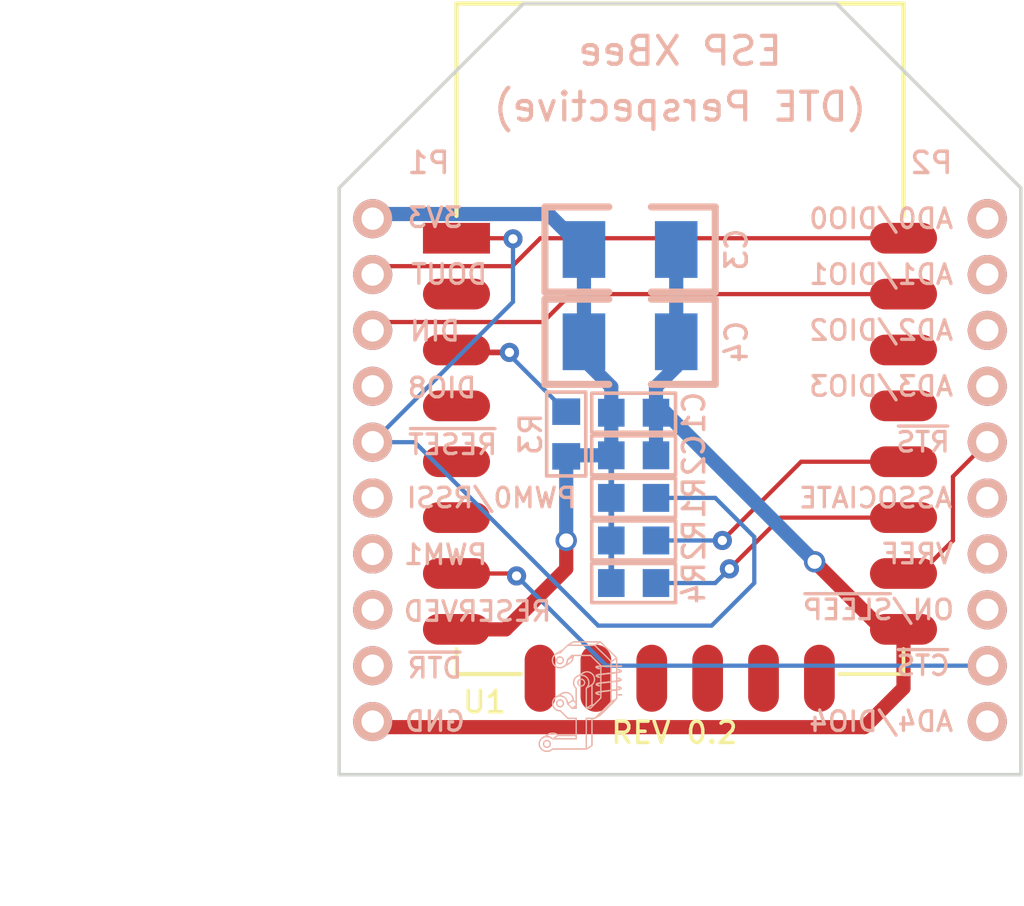
<source format=kicad_pcb>
(kicad_pcb (version 4) (host pcbnew 4.0.4-stable)

  (general
    (links 23)
    (no_connects 0)
    (area 98.936499 77.336499 123.463501 105.063501)
    (thickness 1.6002)
    (drawings 9)
    (tracks 78)
    (zones 0)
    (modules 12)
    (nets 36)
  )

  (page USLetter)
  (title_block
    (title ESPBee)
    (date 2016-12-25)
    (rev 0.2)
    (company "Casco Logix, LLC")
  )

  (layers
    (0 Front signal)
    (31 Back signal)
    (32 B.Adhes user hide)
    (33 F.Adhes user hide)
    (34 B.Paste user hide)
    (35 F.Paste user hide)
    (36 B.SilkS user)
    (37 F.SilkS user)
    (38 B.Mask user)
    (39 F.Mask user)
    (40 Dwgs.User user)
    (41 Cmts.User user)
    (42 Eco1.User user)
    (43 Eco2.User user)
    (44 Edge.Cuts user)
  )

  (setup
    (last_trace_width 0.1524)
    (user_trace_width 0.2032)
    (user_trace_width 0.254)
    (user_trace_width 0.381)
    (user_trace_width 0.508)
    (user_trace_width 0.635)
    (user_trace_width 0.762)
    (user_trace_width 0.889)
    (user_trace_width 1.016)
    (trace_clearance 0.1524)
    (zone_clearance 0.254)
    (zone_45_only no)
    (trace_min 0.127)
    (segment_width 0.254)
    (edge_width 0.127)
    (via_size 0.6858)
    (via_drill 0.3302)
    (via_min_size 0.6858)
    (via_min_drill 0.3302)
    (uvia_size 0.508)
    (uvia_drill 0.127)
    (uvias_allowed no)
    (uvia_min_size 0.508)
    (uvia_min_drill 0.127)
    (pcb_text_width 0.3048)
    (pcb_text_size 1.524 2.032)
    (mod_edge_width 0.1524)
    (mod_text_size 0.762 0.762)
    (mod_text_width 0.127)
    (pad_size 0.76 2.4)
    (pad_drill 0)
    (pad_to_mask_clearance 0.254)
    (aux_axis_origin 99 105)
    (grid_origin 99 105)
    (visible_elements 7FFEFFFF)
    (pcbplotparams
      (layerselection 0x010fc_80000001)
      (usegerberextensions false)
      (excludeedgelayer true)
      (linewidth 0.150000)
      (plotframeref false)
      (viasonmask false)
      (mode 1)
      (useauxorigin true)
      (hpglpennumber 1)
      (hpglpenspeed 20)
      (hpglpendiameter 15)
      (hpglpenoverlay 2)
      (psnegative false)
      (psa4output false)
      (plotreference true)
      (plotvalue false)
      (plotinvisibletext false)
      (padsonsilk false)
      (subtractmaskfromsilk false)
      (outputformat 1)
      (mirror false)
      (drillshape 0)
      (scaleselection 1)
      (outputdirectory Z:/Engineering/Projects/XBee/ESP_XBee/Hardware/EDA/Gerbers/))
  )

  (net 0 "")
  (net 1 GND)
  (net 2 "Net-(P1-Pad9)")
  (net 3 "Net-(P1-Pad8)")
  (net 4 "Net-(P1-Pad7)")
  (net 5 "Net-(P1-Pad6)")
  (net 6 RESET)
  (net 7 "Net-(P1-Pad4)")
  (net 8 RXD_HEADER)
  (net 9 TXD_HEADER)
  (net 10 VDD)
  (net 11 "Net-(P2-Pad20)")
  (net 12 "Net-(P2-Pad19)")
  (net 13 "Net-(P2-Pad18)")
  (net 14 "Net-(P2-Pad17)")
  (net 15 RTS_HEADER)
  (net 16 "Net-(P2-Pad15)")
  (net 17 "Net-(P2-Pad14)")
  (net 18 "Net-(P2-Pad13)")
  (net 19 CTS_HEADER)
  (net 20 "Net-(P2-Pad11)")
  (net 21 "Net-(U1-Pad9)")
  (net 22 "Net-(U1-Pad10)")
  (net 23 "Net-(U1-Pad11)")
  (net 24 "Net-(U1-Pad12)")
  (net 25 "Net-(U1-Pad13)")
  (net 26 "Net-(U1-Pad14)")
  (net 27 "Net-(U1-Pad2)")
  (net 28 "Net-(U1-Pad4)")
  (net 29 "Net-(U1-Pad5)")
  (net 30 "Net-(U1-Pad6)")
  (net 31 "Net-(U1-Pad19)")
  (net 32 "Net-(U1-Pad20)")
  (net 33 /UPLOAD)
  (net 34 "Net-(R3-Pad2)")
  (net 35 "Net-(R4-Pad2)")

  (net_class Default "This is the default net class."
    (clearance 0.1524)
    (trace_width 0.1524)
    (via_dia 0.6858)
    (via_drill 0.3302)
    (uvia_dia 0.508)
    (uvia_drill 0.127)
    (add_net /UPLOAD)
    (add_net CTS_HEADER)
    (add_net "Net-(P1-Pad4)")
    (add_net "Net-(P1-Pad6)")
    (add_net "Net-(P1-Pad7)")
    (add_net "Net-(P1-Pad8)")
    (add_net "Net-(P1-Pad9)")
    (add_net "Net-(P2-Pad11)")
    (add_net "Net-(P2-Pad13)")
    (add_net "Net-(P2-Pad14)")
    (add_net "Net-(P2-Pad15)")
    (add_net "Net-(P2-Pad17)")
    (add_net "Net-(P2-Pad18)")
    (add_net "Net-(P2-Pad19)")
    (add_net "Net-(P2-Pad20)")
    (add_net "Net-(R3-Pad2)")
    (add_net "Net-(R4-Pad2)")
    (add_net "Net-(U1-Pad10)")
    (add_net "Net-(U1-Pad11)")
    (add_net "Net-(U1-Pad12)")
    (add_net "Net-(U1-Pad13)")
    (add_net "Net-(U1-Pad14)")
    (add_net "Net-(U1-Pad19)")
    (add_net "Net-(U1-Pad2)")
    (add_net "Net-(U1-Pad20)")
    (add_net "Net-(U1-Pad4)")
    (add_net "Net-(U1-Pad5)")
    (add_net "Net-(U1-Pad6)")
    (add_net "Net-(U1-Pad9)")
    (add_net RESET)
    (add_net RTS_HEADER)
    (add_net RXD_HEADER)
    (add_net TXD_HEADER)
  )

  (net_class Power ""
    (clearance 0.1524)
    (trace_width 0.508)
    (via_dia 0.762)
    (via_drill 0.508)
    (uvia_dia 0.508)
    (uvia_drill 0.127)
    (add_net GND)
    (add_net VDD)
  )

  (module Header:HEADER_XBEE_P11_P20_ALT3 locked (layer Back) (tedit 58A87726) (tstamp 583C0F82)
    (at 122.2 93.1 180)
    (path /5838A7B6)
    (fp_text reference P2 (at 2 10 180) (layer B.SilkS)
      (effects (font (size 0.762 0.762) (thickness 0.127)) (justify mirror))
    )
    (fp_text value HEADER_M_XBEE_P11-P20_PTH_DTE (at 11 -13 180) (layer B.SilkS) hide
      (effects (font (size 0.762 0.762) (thickness 0.127)) (justify mirror))
    )
    (fp_text user AD0/DIO0 (at 3.8 8 180) (layer B.SilkS)
      (effects (font (size 0.7 0.7) (thickness 0.12)) (justify mirror))
    )
    (fp_text user AD1/DIO1 (at 3.8 6 180) (layer B.SilkS)
      (effects (font (size 0.7 0.7) (thickness 0.12)) (justify mirror))
    )
    (fp_text user AD2/DIO2 (at 3.8 4 180) (layer B.SilkS)
      (effects (font (size 0.7 0.7) (thickness 0.12)) (justify mirror))
    )
    (fp_text user AD3/DIO3 (at 3.8 2 180) (layer B.SilkS)
      (effects (font (size 0.7 0.7) (thickness 0.12)) (justify mirror))
    )
    (fp_text user ~RTS (at 2.3 0 180) (layer B.SilkS)
      (effects (font (size 0.7 0.7) (thickness 0.12)) (justify mirror))
    )
    (fp_text user ASSOCIATE (at 4 -2 180) (layer B.SilkS)
      (effects (font (size 0.7 0.7) (thickness 0.12)) (justify mirror))
    )
    (fp_text user VREF (at 2.5 -4 180) (layer B.SilkS)
      (effects (font (size 0.7 0.7) (thickness 0.12)) (justify mirror))
    )
    (fp_text user ON/~SLEEP (at 3.9 -6 180) (layer B.SilkS)
      (effects (font (size 0.7 0.7) (thickness 0.12)) (justify mirror))
    )
    (fp_text user ~CTS (at 2.3 -8 180) (layer B.SilkS)
      (effects (font (size 0.7 0.7) (thickness 0.12)) (justify mirror))
    )
    (fp_text user AD4/DIO4 (at 3.8 -10 180) (layer B.SilkS)
      (effects (font (size 0.7 0.7) (thickness 0.12)) (justify mirror))
    )
    (pad 20 thru_hole circle (at 0 8) (size 1.4 1.4) (drill 0.8) (layers *.Cu *.Mask B.SilkS)
      (net 11 "Net-(P2-Pad20)"))
    (pad 19 thru_hole circle (at 0 6) (size 1.4 1.4) (drill 0.8) (layers *.Cu *.Mask B.SilkS)
      (net 12 "Net-(P2-Pad19)"))
    (pad 18 thru_hole circle (at 0 4) (size 1.4 1.4) (drill 0.8) (layers *.Cu *.Mask B.SilkS)
      (net 13 "Net-(P2-Pad18)"))
    (pad 17 thru_hole circle (at 0 2) (size 1.4 1.4) (drill 0.8) (layers *.Cu *.Mask B.SilkS)
      (net 14 "Net-(P2-Pad17)"))
    (pad 16 thru_hole circle (at 0 0) (size 1.4 1.4) (drill 0.8) (layers *.Cu *.Mask B.SilkS)
      (net 15 RTS_HEADER))
    (pad 15 thru_hole circle (at 0 -2) (size 1.4 1.4) (drill 0.8) (layers *.Cu *.Mask B.SilkS)
      (net 16 "Net-(P2-Pad15)"))
    (pad 14 thru_hole circle (at 0 -4) (size 1.4 1.4) (drill 0.8) (layers *.Cu *.Mask B.SilkS)
      (net 17 "Net-(P2-Pad14)"))
    (pad 13 thru_hole circle (at 0 -6) (size 1.4 1.4) (drill 0.8) (layers *.Cu *.Mask B.SilkS)
      (net 18 "Net-(P2-Pad13)"))
    (pad 12 thru_hole circle (at 0 -8) (size 1.4 1.4) (drill 0.8) (layers *.Cu *.Mask B.SilkS)
      (net 19 CTS_HEADER))
    (pad 11 thru_hole circle (at 0 -10) (size 1.4 1.4) (drill 0.8) (layers *.Cu *.Mask B.SilkS)
      (net 20 "Net-(P2-Pad11)"))
    (model C:/Engineering/KiCAD_Libraries/3D/Headers/VRML/HEADER_M_2.00MM_1R10P_ST_AU_PTH_2.wrl
      (at (xyz 0 0 0))
      (scale (xyz 1 1 1))
      (rotate (xyz 0 0 0))
    )
  )

  (module Header:HEADER_XBEE_P1_P10_ALT3 locked (layer Back) (tedit 58A875E7) (tstamp 5838B5AB)
    (at 111.2 93.1 180)
    (path /5838AFB6)
    (fp_text reference P1 (at 9 10 180) (layer B.SilkS)
      (effects (font (size 0.762 0.762) (thickness 0.127)) (justify mirror))
    )
    (fp_text value "XBEE HEADER" (at 0 -13 180) (layer B.SilkS) hide
      (effects (font (size 0.762 0.762) (thickness 0.127)) (justify mirror))
    )
    (fp_text user "(DTE Perspective)" (at 0 12 180) (layer B.SilkS)
      (effects (font (size 1 1) (thickness 0.15)) (justify mirror))
    )
    (fp_text user 3V3 (at 8.771 8.039 180) (layer B.SilkS)
      (effects (font (size 0.7 0.7) (thickness 0.12)) (justify mirror))
    )
    (fp_text user "ESP XBee" (at 0 14 180) (layer B.SilkS)
      (effects (font (size 1 1) (thickness 0.15)) (justify mirror))
    )
    (fp_text user DOUT (at 8.263 6.007 180) (layer B.SilkS)
      (effects (font (size 0.7 0.7) (thickness 0.12)) (justify mirror))
    )
    (fp_text user DIN (at 8.771 3.975 180) (layer B.SilkS)
      (effects (font (size 0.7 0.7) (thickness 0.12)) (justify mirror))
    )
    (fp_text user DIO8 (at 8.517 1.943 180) (layer B.SilkS)
      (effects (font (size 0.7 0.7) (thickness 0.12)) (justify mirror))
    )
    (fp_text user ~RESET (at 8.136 -0.089 180) (layer B.SilkS)
      (effects (font (size 0.7 0.7) (thickness 0.12)) (justify mirror))
    )
    (fp_text user PWM0/RSSI (at 6.739 -1.994 180) (layer B.SilkS)
      (effects (font (size 0.7 0.7) (thickness 0.12)) (justify mirror))
    )
    (fp_text user PWM1 (at 8.39 -4.026 180) (layer B.SilkS)
      (effects (font (size 0.7 0.7) (thickness 0.12)) (justify mirror))
    )
    (fp_text user RESERVED (at 7.247 -6.058 180) (layer B.SilkS)
      (effects (font (size 0.7 0.7) (thickness 0.12)) (justify mirror))
    )
    (fp_text user ~DTR (at 8.771 -8.09 180) (layer B.SilkS)
      (effects (font (size 0.7 0.7) (thickness 0.12)) (justify mirror))
    )
    (fp_text user GND (at 8.771 -9.995 180) (layer B.SilkS)
      (effects (font (size 0.7 0.7) (thickness 0.12)) (justify mirror))
    )
    (pad 10 thru_hole circle (at 11 -10) (size 1.4 1.4) (drill 0.8) (layers *.Cu *.Mask B.SilkS)
      (net 1 GND))
    (pad 9 thru_hole circle (at 11 -8) (size 1.4 1.4) (drill 0.8) (layers *.Cu *.Mask B.SilkS)
      (net 2 "Net-(P1-Pad9)"))
    (pad 8 thru_hole circle (at 11 -6) (size 1.4 1.4) (drill 0.8) (layers *.Cu *.Mask B.SilkS)
      (net 3 "Net-(P1-Pad8)"))
    (pad 7 thru_hole circle (at 11 -4) (size 1.4 1.4) (drill 0.8) (layers *.Cu *.Mask B.SilkS)
      (net 4 "Net-(P1-Pad7)"))
    (pad 6 thru_hole circle (at 11 -2) (size 1.4 1.4) (drill 0.8) (layers *.Cu *.Mask B.SilkS)
      (net 5 "Net-(P1-Pad6)"))
    (pad 5 thru_hole circle (at 11 0) (size 1.4 1.4) (drill 0.8) (layers *.Cu *.Mask B.SilkS)
      (net 6 RESET))
    (pad 4 thru_hole circle (at 11 2) (size 1.4 1.4) (drill 0.8) (layers *.Cu *.Mask B.SilkS)
      (net 7 "Net-(P1-Pad4)"))
    (pad 3 thru_hole circle (at 11 4) (size 1.4 1.4) (drill 0.8) (layers *.Cu *.Mask B.SilkS)
      (net 8 RXD_HEADER))
    (pad 2 thru_hole circle (at 11 6) (size 1.4 1.4) (drill 0.8) (layers *.Cu *.Mask B.SilkS)
      (net 9 TXD_HEADER))
    (pad 1 thru_hole circle (at 11 8) (size 1.4 1.4) (drill 0.8) (layers *.Cu *.Mask B.SilkS)
      (net 10 VDD))
    (model C:/Engineering/KiCAD_Libraries/3D/Headers/VRML/HEADER_M_2.00MM_1R10P_ST_AU_PTH_1.wrl
      (at (xyz 0 0 0))
      (scale (xyz 1 1 1))
      (rotate (xyz 0 0 0))
    )
  )

  (module RF_Modules:ESP-12E locked (layer Front) (tedit 5838AD59) (tstamp 5838ACA1)
    (at 111.2 85.8)
    (descr "Module, ESP-8266, ESP-12, 16 pad, SMD")
    (tags "Module ESP-8266 ESP8266")
    (path /5855C81C)
    (fp_text reference U1 (at -7 16.6) (layer F.SilkS)
      (effects (font (size 0.762 0.762) (thickness 0.127)))
    )
    (fp_text value ESP-12E (at 0 1) (layer F.Fab)
      (effects (font (size 0.762 0.762) (thickness 0.127)))
    )
    (fp_line (start 8 15.6) (end 5.7 15.6) (layer F.SilkS) (width 0.13))
    (fp_line (start -8 15.6) (end -8 14.7) (layer F.SilkS) (width 0.13))
    (fp_line (start 8 15.6) (end 8 14.7) (layer F.SilkS) (width 0.13))
    (fp_line (start 8 -8.4) (end -8 -2.6) (layer F.CrtYd) (width 0.1524))
    (fp_line (start -8 -8.4) (end 8 -2.6) (layer F.CrtYd) (width 0.1524))
    (fp_text user "No Copper" (at -0.1 -5.4) (layer F.CrtYd)
      (effects (font (size 1 1) (thickness 0.15)))
    )
    (fp_line (start -8 -8.4) (end -8 -2.6) (layer F.CrtYd) (width 0.1524))
    (fp_line (start -8 -2.6) (end 8 -2.6) (layer F.CrtYd) (width 0.1524))
    (fp_line (start 8 -2.6) (end 8 -8.4) (layer F.CrtYd) (width 0.1524))
    (fp_line (start 8 -8.4) (end -8 -8.4) (layer F.CrtYd) (width 0.1524))
    (fp_line (start 8 -8.4) (end 8 -0.8) (layer F.SilkS) (width 0.1524))
    (fp_line (start -5.7 15.6) (end -8 15.6) (layer F.SilkS) (width 0.1524))
    (fp_line (start -8 -0.8) (end -8 -8.4) (layer F.SilkS) (width 0.1524))
    (fp_line (start -8 -8.4) (end 8 -8.4) (layer F.SilkS) (width 0.1524))
    (pad 9 smd oval (at -5.01 15.75 90) (size 2.4 1.1) (layers Front F.Paste F.Mask)
      (net 21 "Net-(U1-Pad9)"))
    (pad 10 smd oval (at -3.01 15.75 90) (size 2.4 1.1) (layers Front F.Paste F.Mask)
      (net 22 "Net-(U1-Pad10)"))
    (pad 11 smd oval (at -1.01 15.75 90) (size 2.4 1.1) (layers Front F.Paste F.Mask)
      (net 23 "Net-(U1-Pad11)"))
    (pad 12 smd oval (at 0.99 15.75 90) (size 2.4 1.1) (layers Front F.Paste F.Mask)
      (net 24 "Net-(U1-Pad12)"))
    (pad 13 smd oval (at 2.99 15.75 90) (size 2.4 1.1) (layers Front F.Paste F.Mask)
      (net 25 "Net-(U1-Pad13)"))
    (pad 14 smd oval (at 4.99 15.75 90) (size 2.4 1.1) (layers Front F.Paste F.Mask)
      (net 26 "Net-(U1-Pad14)"))
    (pad 1 smd rect (at -8 0) (size 2.4 1.1) (layers Front F.Paste F.Mask)
      (net 6 RESET))
    (pad 2 smd oval (at -8 2) (size 2.4 1.1) (layers Front F.Paste F.Mask)
      (net 27 "Net-(U1-Pad2)"))
    (pad 3 smd oval (at -8 4) (size 2.4 1.1) (layers Front F.Paste F.Mask)
      (net 34 "Net-(R3-Pad2)"))
    (pad 4 smd oval (at -8 6) (size 2.4 1.1) (layers Front F.Paste F.Mask)
      (net 28 "Net-(U1-Pad4)"))
    (pad 5 smd oval (at -8 8) (size 2.4 1.1) (layers Front F.Paste F.Mask)
      (net 29 "Net-(U1-Pad5)"))
    (pad 6 smd oval (at -8 10) (size 2.4 1.1) (layers Front F.Paste F.Mask)
      (net 30 "Net-(U1-Pad6)"))
    (pad 7 smd oval (at -8 12) (size 2.4 1.1) (layers Front F.Paste F.Mask)
      (net 19 CTS_HEADER))
    (pad 8 smd oval (at -8 14) (size 2.4 1.1) (layers Front F.Paste F.Mask)
      (net 10 VDD))
    (pad 15 smd oval (at 8 14) (size 2.4 1.1) (layers Front F.Paste F.Mask)
      (net 1 GND))
    (pad 16 smd oval (at 8 12) (size 2.4 1.1) (layers Front F.Paste F.Mask)
      (net 15 RTS_HEADER))
    (pad 17 smd oval (at 8 10) (size 2.4 1.1) (layers Front F.Paste F.Mask)
      (net 35 "Net-(R4-Pad2)"))
    (pad 18 smd oval (at 8 8) (size 2.4 1.1) (layers Front F.Paste F.Mask)
      (net 33 /UPLOAD))
    (pad 19 smd oval (at 8 6) (size 2.4 1.1) (layers Front F.Paste F.Mask)
      (net 31 "Net-(U1-Pad19)"))
    (pad 20 smd oval (at 8 4) (size 2.4 1.1) (layers Front F.Paste F.Mask)
      (net 32 "Net-(U1-Pad20)"))
    (pad 21 smd oval (at 8 2) (size 2.4 1.1) (layers Front F.Paste F.Mask)
      (net 8 RXD_HEADER))
    (pad 22 smd oval (at 8 0) (size 2.4 1.1) (layers Front F.Paste F.Mask)
      (net 9 TXD_HEADER))
    (model C:/Engineering/KiCAD_Libraries/3D/RF_Modules/VRML/ESP-12E.wrl
      (at (xyz 0 0 0))
      (scale (xyz 1 1 1))
      (rotate (xyz 0 0 0))
    )
  )

  (module Passive:0603 (layer Back) (tedit 58A872BA) (tstamp 583D03CA)
    (at 109.541 92.046)
    (path /583D0411)
    (attr smd)
    (fp_text reference C1 (at 2.159 0 90) (layer B.SilkS)
      (effects (font (size 0.762 0.762) (thickness 0.127)) (justify mirror))
    )
    (fp_text value 0.1uF (at 0 -1.524) (layer B.Fab)
      (effects (font (size 0.762 0.762) (thickness 0.127)) (justify mirror))
    )
    (fp_line (start -1.5 0.7) (end -1.5 -0.7) (layer B.SilkS) (width 0.13))
    (fp_line (start -1.5 -0.7) (end 1.5 -0.7) (layer B.SilkS) (width 0.13))
    (fp_line (start 1.5 -0.7) (end 1.5 0.7) (layer B.SilkS) (width 0.13))
    (fp_line (start 1.5 0.7) (end -1.5 0.7) (layer B.SilkS) (width 0.13))
    (pad 1 smd rect (at -0.8 0) (size 0.95 1) (layers Back B.Paste B.Mask)
      (net 10 VDD))
    (pad 2 smd rect (at 0.8 0) (size 0.95 1) (layers Back B.Paste B.Mask)
      (net 1 GND))
    (model C:/Engineering/KiCAD_Libraries/3D/Discrete/Passive/Capacitors/VRML/C0603.wrl
      (at (xyz 0 0 0))
      (scale (xyz 1 1 1))
      (rotate (xyz 0 0 0))
    )
  )

  (module Passive:0603 (layer Back) (tedit 58A872BE) (tstamp 583D03D0)
    (at 109.541 93.57)
    (path /583D040B)
    (attr smd)
    (fp_text reference C2 (at 2.159 0 90) (layer B.SilkS)
      (effects (font (size 0.762 0.762) (thickness 0.127)) (justify mirror))
    )
    (fp_text value 1uF (at 0 -1.524) (layer B.Fab)
      (effects (font (size 0.762 0.762) (thickness 0.127)) (justify mirror))
    )
    (fp_line (start -1.5 0.7) (end -1.5 -0.7) (layer B.SilkS) (width 0.13))
    (fp_line (start -1.5 -0.7) (end 1.5 -0.7) (layer B.SilkS) (width 0.13))
    (fp_line (start 1.5 -0.7) (end 1.5 0.7) (layer B.SilkS) (width 0.13))
    (fp_line (start 1.5 0.7) (end -1.5 0.7) (layer B.SilkS) (width 0.13))
    (pad 1 smd rect (at -0.8 0) (size 0.95 1) (layers Back B.Paste B.Mask)
      (net 10 VDD))
    (pad 2 smd rect (at 0.8 0) (size 0.95 1) (layers Back B.Paste B.Mask)
      (net 1 GND))
    (model C:/Engineering/KiCAD_Libraries/3D/Discrete/Passive/Capacitors/VRML/C0603.wrl
      (at (xyz 0 0 0))
      (scale (xyz 1 1 1))
      (rotate (xyz 0 0 0))
    )
  )

  (module Passive:1206 (layer Back) (tedit 58A871EB) (tstamp 583D03D6)
    (at 109.414 86.204)
    (path /583D03E4)
    (attr smd)
    (fp_text reference C3 (at 3.81 0 90) (layer B.SilkS)
      (effects (font (size 0.762 0.762) (thickness 0.127)) (justify mirror))
    )
    (fp_text value 47uF (at 0 -2.54) (layer B.SilkS) hide
      (effects (font (size 0.762 0.762) (thickness 0.127)) (justify mirror))
    )
    (fp_line (start -0.762 -1.524) (end -3.048 -1.524) (layer B.SilkS) (width 0.254))
    (fp_line (start -3.048 -1.524) (end -3.048 1.524) (layer B.SilkS) (width 0.254))
    (fp_line (start -3.048 1.524) (end -0.762 1.524) (layer B.SilkS) (width 0.254))
    (fp_line (start 0.762 1.524) (end 3.048 1.524) (layer B.SilkS) (width 0.254))
    (fp_line (start 3.048 1.524) (end 3.048 -1.524) (layer B.SilkS) (width 0.254))
    (fp_line (start 3.048 -1.524) (end 0.762 -1.524) (layer B.SilkS) (width 0.254))
    (pad 1 smd rect (at -1.651 0) (size 1.524 2.032) (layers Back B.Paste B.Mask)
      (net 10 VDD))
    (pad 2 smd rect (at 1.651 0) (size 1.524 2.032) (layers Back B.Paste B.Mask)
      (net 1 GND))
    (model C:/Engineering/KiCAD_Libraries/3D/Discrete/Passive/Capacitors/VRML/C1206.wrl
      (at (xyz 0 0 0))
      (scale (xyz 1 1 1))
      (rotate (xyz 0 0 0))
    )
  )

  (module Passive:1206 (layer Back) (tedit 58A871FE) (tstamp 583D03DC)
    (at 109.414 89.506)
    (path /583D0305)
    (attr smd)
    (fp_text reference C4 (at 3.81 0 270) (layer B.SilkS)
      (effects (font (size 0.762 0.762) (thickness 0.127)) (justify mirror))
    )
    (fp_text value 47uF (at 0 -2.54) (layer B.SilkS) hide
      (effects (font (size 0.762 0.762) (thickness 0.127)) (justify mirror))
    )
    (fp_line (start -0.762 -1.524) (end -3.048 -1.524) (layer B.SilkS) (width 0.254))
    (fp_line (start -3.048 -1.524) (end -3.048 1.524) (layer B.SilkS) (width 0.254))
    (fp_line (start -3.048 1.524) (end -0.762 1.524) (layer B.SilkS) (width 0.254))
    (fp_line (start 0.762 1.524) (end 3.048 1.524) (layer B.SilkS) (width 0.254))
    (fp_line (start 3.048 1.524) (end 3.048 -1.524) (layer B.SilkS) (width 0.254))
    (fp_line (start 3.048 -1.524) (end 0.762 -1.524) (layer B.SilkS) (width 0.254))
    (pad 1 smd rect (at -1.651 0) (size 1.524 2.032) (layers Back B.Paste B.Mask)
      (net 10 VDD))
    (pad 2 smd rect (at 1.651 0) (size 1.524 2.032) (layers Back B.Paste B.Mask)
      (net 1 GND))
    (model C:/Engineering/KiCAD_Libraries/3D/Discrete/Passive/Capacitors/VRML/C1206.wrl
      (at (xyz 0 0 0))
      (scale (xyz 1 1 1))
      (rotate (xyz 0 0 0))
    )
  )

  (module Logo:Casco_Logix_Logo_4x4MM (layer Back) (tedit 583D05DC) (tstamp 583D05BC)
    (at 107.636 102.206 180)
    (path /583D0A68)
    (fp_text reference G1 (at 0 0 180) (layer B.SilkS) hide
      (effects (font (size 0.762 0.762) (thickness 0.127)) (justify mirror))
    )
    (fp_text value Casco_Logix_Logo (at 0.75 0 180) (layer B.SilkS) hide
      (effects (font (size 0.762 0.762) (thickness 0.127)) (justify mirror))
    )
    (fp_poly (pts (xy 0.189827 1.978319) (xy 0.202378 1.9783) (xy 0.213346 1.978264) (xy 0.222838 1.97821)
      (xy 0.230958 1.978139) (xy 0.237813 1.97805) (xy 0.243508 1.977942) (xy 0.24815 1.977815)
      (xy 0.251843 1.97767) (xy 0.254694 1.977505) (xy 0.256808 1.977321) (xy 0.258292 1.977117)
      (xy 0.25925 1.976893) (xy 0.259511 1.976797) (xy 0.261414 1.975792) (xy 0.265491 1.97349)
      (xy 0.27156 1.969999) (xy 0.279435 1.965427) (xy 0.288933 1.959881) (xy 0.299869 1.95347)
      (xy 0.31206 1.946301) (xy 0.325321 1.938482) (xy 0.339469 1.930121) (xy 0.354318 1.921326)
      (xy 0.362975 1.91619) (xy 0.378045 1.907254) (xy 0.39245 1.898733) (xy 0.406013 1.890731)
      (xy 0.418557 1.88335) (xy 0.429908 1.876694) (xy 0.439888 1.870866) (xy 0.44832 1.865968)
      (xy 0.45503 1.862103) (xy 0.45984 1.859376) (xy 0.462574 1.857888) (xy 0.463146 1.857633)
      (xy 0.464323 1.856684) (xy 0.467298 1.853928) (xy 0.47193 1.849503) (xy 0.47808 1.843548)
      (xy 0.485605 1.8362) (xy 0.494366 1.827597) (xy 0.504223 1.817878) (xy 0.515034 1.80718)
      (xy 0.526659 1.795642) (xy 0.538957 1.783402) (xy 0.551249 1.771136) (xy 0.564064 1.75835)
      (xy 0.576344 1.746134) (xy 0.587948 1.734627) (xy 0.598734 1.723966) (xy 0.608563 1.71429)
      (xy 0.617293 1.705737) (xy 0.624784 1.698444) (xy 0.630893 1.69255) (xy 0.635481 1.688192)
      (xy 0.638407 1.68551) (xy 0.639521 1.684638) (xy 0.641463 1.684241) (xy 0.644662 1.683011)
      (xy 0.649219 1.680893) (xy 0.655235 1.677829) (xy 0.662811 1.673764) (xy 0.672047 1.668641)
      (xy 0.683045 1.662403) (xy 0.695905 1.654994) (xy 0.710728 1.646358) (xy 0.727615 1.636438)
      (xy 0.746667 1.625177) (xy 0.762 1.616078) (xy 0.777335 1.606964) (xy 0.792377 1.598025)
      (xy 0.806901 1.589394) (xy 0.820684 1.581203) (xy 0.8335 1.573586) (xy 0.845126 1.566677)
      (xy 0.855338 1.560608) (xy 0.863911 1.555513) (xy 0.870622 1.551525) (xy 0.875245 1.548778)
      (xy 0.875957 1.548355) (xy 0.89235 1.538145) (xy 0.906754 1.528116) (xy 0.919841 1.517772)
      (xy 0.932144 1.506745) (xy 0.951467 1.486561) (xy 0.968537 1.464918) (xy 0.983311 1.441985)
      (xy 0.995746 1.417933) (xy 1.005801 1.392931) (xy 1.013433 1.367149) (xy 1.018599 1.340757)
      (xy 1.021257 1.313923) (xy 1.021364 1.286819) (xy 1.018878 1.259613) (xy 1.013757 1.232475)
      (xy 1.006849 1.208217) (xy 0.99691 1.182554) (xy 0.984623 1.158171) (xy 0.970135 1.135202)
      (xy 0.953593 1.113781) (xy 0.935145 1.094044) (xy 0.914939 1.076124) (xy 0.893121 1.060156)
      (xy 0.86984 1.046274) (xy 0.845242 1.034614) (xy 0.819476 1.02531) (xy 0.80086 1.020279)
      (xy 0.77633 1.015789) (xy 0.750844 1.013468) (xy 0.724979 1.013303) (xy 0.69931 1.015281)
      (xy 0.674414 1.019388) (xy 0.657385 1.023629) (xy 0.64129 1.028669) (xy 0.62638 1.034263)
      (xy 0.611909 1.040751) (xy 0.59713 1.048473) (xy 0.581295 1.057767) (xy 0.578708 1.059364)
      (xy 0.575372 1.061401) (xy 0.569881 1.064711) (xy 0.562445 1.069168) (xy 0.553274 1.074648)
      (xy 0.542577 1.081027) (xy 0.530564 1.088178) (xy 0.517443 1.095978) (xy 0.503425 1.104302)
      (xy 0.488719 1.113025) (xy 0.473535 1.122023) (xy 0.468184 1.125191) (xy 0.452911 1.134256)
      (xy 0.438075 1.14311) (xy 0.423883 1.151625) (xy 0.41054 1.159676) (xy 0.398253 1.167137)
      (xy 0.387228 1.173882) (xy 0.377672 1.179785) (xy 0.369792 1.184721) (xy 0.363793 1.188562)
      (xy 0.359881 1.191183) (xy 0.359033 1.191798) (xy 0.337931 1.20939) (xy 0.318732 1.22889)
      (xy 0.301537 1.250132) (xy 0.286452 1.27295) (xy 0.273579 1.297176) (xy 0.263022 1.322645)
      (xy 0.254885 1.349189) (xy 0.251267 1.365253) (xy 0.249711 1.374291) (xy 0.248289 1.384558)
      (xy 0.247356 1.392859) (xy 0.287316 1.392859) (xy 0.28771 1.389088) (xy 0.28851 1.383737)
      (xy 0.289621 1.377355) (xy 0.290947 1.370492) (xy 0.292391 1.363697) (xy 0.293858 1.35752)
      (xy 0.293926 1.357251) (xy 0.30137 1.333644) (xy 0.311344 1.310747) (xy 0.323667 1.288828)
      (xy 0.338158 1.268156) (xy 0.354638 1.248999) (xy 0.372925 1.231626) (xy 0.384752 1.222123)
      (xy 0.387243 1.220422) (xy 0.391627 1.217614) (xy 0.397597 1.213882) (xy 0.404844 1.209412)
      (xy 0.413062 1.204389) (xy 0.421942 1.198997) (xy 0.431177 1.193421) (xy 0.440459 1.187847)
      (xy 0.449481 1.182458) (xy 0.457935 1.177441) (xy 0.465513 1.172979) (xy 0.471908 1.169258)
      (xy 0.476811 1.166462) (xy 0.479916 1.164778) (xy 0.480884 1.164353) (xy 0.481913 1.164773)
      (xy 0.481914 1.164784) (xy 0.481363 1.166155) (xy 0.479874 1.169463) (xy 0.477694 1.174169)
      (xy 0.475784 1.178226) (xy 0.468865 1.194554) (xy 0.462717 1.212466) (xy 0.457502 1.231263)
      (xy 0.453385 1.250247) (xy 0.450529 1.268722) (xy 0.449099 1.28599) (xy 0.448962 1.292541)
      (xy 0.448962 1.299687) (xy 0.368527 1.347426) (xy 0.354969 1.355458) (xy 0.34211 1.363046)
      (xy 0.330142 1.370079) (xy 0.31926 1.376444) (xy 0.309657 1.382029) (xy 0.301525 1.386722)
      (xy 0.295058 1.390411) (xy 0.29045 1.392984) (xy 0.287893 1.394328) (xy 0.287425 1.394499)
      (xy 0.287316 1.392859) (xy 0.247356 1.392859) (xy 0.247098 1.395153) (xy 0.246236 1.405178)
      (xy 0.245798 1.413733) (xy 0.245763 1.416245) (xy 0.245762 1.423134) (xy 0.23098 1.43787)
      (xy 0.216199 1.452606) (xy -0.070044 1.452534) (xy -0.356286 1.452461) (xy -0.698746 1.111305)
      (xy -0.67041 1.10961) (xy -0.651158 1.108243) (xy -0.632896 1.106521) (xy -0.616033 1.104495)
      (xy -0.60098 1.102216) (xy -0.588147 1.099736) (xy -0.585045 1.099021) (xy -0.570645 1.094784)
      (xy -0.558817 1.089604) (xy -0.54955 1.083471) (xy -0.542833 1.076375) (xy -0.538657 1.068306)
      (xy -0.537011 1.059255) (xy -0.537094 1.054834) (xy -0.538637 1.04612) (xy -0.54207 1.038498)
      (xy -0.547751 1.031243) (xy -0.54956 1.029405) (xy -0.556294 1.023624) (xy -0.564649 1.017949)
      (xy -0.574818 1.012287) (xy -0.58699 1.006545) (xy -0.601358 1.000631) (xy -0.618112 0.994454)
      (xy -0.631567 0.989856) (xy -0.642326 0.986301) (xy -0.65085 0.983565) (xy -0.657501 0.981573)
      (xy -0.662637 0.980246) (xy -0.666621 0.979507) (xy -0.669813 0.979281) (xy -0.672574 0.979488)
      (xy -0.675265 0.980054) (xy -0.676246 0.980319) (xy -0.682782 0.98347) (xy -0.68821 0.988597)
      (xy -0.692121 0.995049) (xy -0.694108 1.002176) (xy -0.693942 1.008476) (xy -0.691645 1.014648)
      (xy -0.687539 1.020389) (xy -0.682385 1.024736) (xy -0.680176 1.025878) (xy -0.676985 1.027076)
      (xy -0.671781 1.028874) (xy -0.665173 1.031066) (xy -0.657775 1.033448) (xy -0.654221 1.034567)
      (xy -0.645612 1.037342) (xy -0.636504 1.040413) (xy -0.627868 1.043446) (xy -0.620674 1.046106)
      (xy -0.619338 1.046625) (xy -0.613199 1.049092) (xy -0.609345 1.050813) (xy -0.607478 1.051968)
      (xy -0.607298 1.052738) (xy -0.608354 1.053258) (xy -0.612045 1.054068) (xy -0.618021 1.054992)
      (xy -0.625828 1.05598) (xy -0.635009 1.056985) (xy -0.645109 1.057958) (xy -0.655672 1.05885)
      (xy -0.666244 1.059613) (xy -0.670697 1.05989) (xy -0.679377 1.060402) (xy -0.687771 1.060898)
      (xy -0.695223 1.061338) (xy -0.701077 1.061684) (xy -0.703992 1.061857) (xy -0.712573 1.062365)
      (xy -0.712573 0.941015) (xy -0.712558 0.917861) (xy -0.712513 0.897028) (xy -0.712438 0.878565)
      (xy -0.712335 0.862522) (xy -0.712203 0.848946) (xy -0.712044 0.837888) (xy -0.711857 0.829396)
      (xy -0.711644 0.823518) (xy -0.711404 0.820304) (xy -0.711226 0.819665) (xy -0.708188 0.819444)
      (xy -0.702907 0.818826) (xy -0.695844 0.817883) (xy -0.687461 0.816686) (xy -0.678222 0.815303)
      (xy -0.668587 0.813808) (xy -0.65902 0.812269) (xy -0.649982 0.810757) (xy -0.641936 0.809343)
      (xy -0.635344 0.808098) (xy -0.635 0.808029) (xy -0.615147 0.803548) (xy -0.597942 0.798586)
      (xy -0.583322 0.793104) (xy -0.571223 0.787059) (xy -0.561583 0.780412) (xy -0.554337 0.77312)
      (xy -0.549425 0.765144) (xy -0.546781 0.756442) (xy -0.54625 0.750401) (xy -0.547146 0.741167)
      (xy -0.550126 0.732454) (xy -0.555285 0.724175) (xy -0.562717 0.716242) (xy -0.572519 0.70857)
      (xy -0.584784 0.701072) (xy -0.59961 0.693659) (xy -0.61608 0.686647) (xy -0.624599 0.68339)
      (xy -0.633602 0.680179) (xy -0.642607 0.677164) (xy -0.651128 0.674493) (xy -0.658683 0.672318)
      (xy -0.664788 0.670789) (xy -0.668958 0.670054) (xy -0.669752 0.670011) (xy -0.677303 0.671268)
      (xy -0.683874 0.674728) (xy -0.689108 0.679923) (xy -0.692652 0.686388) (xy -0.694151 0.693655)
      (xy -0.693318 0.70102) (xy -0.691659 0.705727) (xy -0.689353 0.709567) (xy -0.686021 0.71281)
      (xy -0.681281 0.715723) (xy -0.674751 0.718578) (xy -0.66605 0.721642) (xy -0.662428 0.722811)
      (xy -0.650591 0.726772) (xy -0.638879 0.731055) (xy -0.627883 0.735425) (xy -0.61819 0.739643)
      (xy -0.610389 0.743474) (xy -0.608521 0.744504) (xy -0.602636 0.74786) (xy -0.608595 0.750136)
      (xy -0.616012 0.752587) (xy -0.625678 0.755193) (xy -0.637108 0.757855) (xy -0.649817 0.760475)
      (xy -0.66332 0.762953) (xy -0.677133 0.765192) (xy -0.690769 0.767092) (xy -0.694038 0.767497)
      (xy -0.699939 0.768237) (xy -0.705095 0.768938) (xy -0.708678 0.769486) (xy -0.709484 0.769636)
      (xy -0.712573 0.770291) (xy -0.712573 0.509998) (xy -0.690262 0.506858) (xy -0.676398 0.50475)
      (xy -0.661917 0.502268) (xy -0.647441 0.499535) (xy -0.63359 0.496678) (xy -0.620984 0.493819)
      (xy -0.610244 0.491084) (xy -0.606677 0.490073) (xy -0.590547 0.484578) (xy -0.57684 0.478319)
      (xy -0.565604 0.471336) (xy -0.556884 0.463667) (xy -0.550727 0.455353) (xy -0.54718 0.446432)
      (xy -0.546253 0.438986) (xy -0.547054 0.430035) (xy -0.549748 0.421634) (xy -0.55444 0.413702)
      (xy -0.561234 0.406156) (xy -0.570234 0.398914) (xy -0.581545 0.391893) (xy -0.595272 0.38501)
      (xy -0.611519 0.378183) (xy -0.63039 0.37133) (xy -0.633179 0.370387) (xy -0.642388 0.367341)
      (xy -0.649528 0.36511) (xy -0.655114 0.363572) (xy -0.659658 0.362601) (xy -0.663673 0.362077)
      (xy -0.667673 0.361876) (xy -0.66874 0.361862) (xy -0.674318 0.361925) (xy -0.678072 0.362374)
      (xy -0.680922 0.363432) (xy -0.683785 0.365322) (xy -0.684187 0.365625) (xy -0.689902 0.371518)
      (xy -0.693255 0.378383) (xy -0.694212 0.385741) (xy -0.692743 0.393113) (xy -0.688814 0.400019)
      (xy -0.686667 0.402424) (xy -0.682679 0.405728) (xy -0.677802 0.408254) (xy -0.671353 0.410419)
      (xy -0.661266 0.413459) (xy -0.650657 0.416909) (xy -0.640129 0.420552) (xy -0.630285 0.42417)
      (xy -0.621729 0.427549) (xy -0.615062 0.430471) (xy -0.613727 0.431122) (xy -0.603437 0.436289)
      (xy -0.608921 0.438617) (xy -0.615289 0.440901) (xy -0.624087 0.443421) (xy -0.635015 0.446115)
      (xy -0.647772 0.448919) (xy -0.66206 0.451769) (xy -0.677579 0.454602) (xy -0.694028 0.457355)
      (xy -0.707424 0.459422) (xy -0.712573 0.460188) (xy -0.712573 0.200579) (xy -0.708111 0.199847)
      (xy -0.692512 0.197283) (xy -0.679332 0.1951) (xy -0.668278 0.193248) (xy -0.659056 0.191673)
      (xy -0.651373 0.190325) (xy -0.644936 0.189152) (xy -0.639452 0.188102) (xy -0.634628 0.187123)
      (xy -0.630171 0.186165) (xy -0.629026 0.18591) (xy -0.608634 0.180898) (xy -0.590903 0.175563)
      (xy -0.575765 0.16986) (xy -0.563149 0.163744) (xy -0.552986 0.15717) (xy -0.545205 0.150092)
      (xy -0.539737 0.142465) (xy -0.536512 0.134245) (xy -0.535459 0.125434) (xy -0.536402 0.118412)
      (xy -0.538906 0.11084) (xy -0.54249 0.103969) (xy -0.54506 0.100589) (xy -0.553641 0.09281)
      (xy -0.564883 0.085323) (xy -0.578714 0.078157) (xy -0.595063 0.071343) (xy -0.613857 0.064912)
      (xy -0.635023 0.058894) (xy -0.654126 0.054283) (xy -0.663062 0.052499) (xy -0.669971 0.051745)
      (xy -0.675398 0.052096) (xy -0.679894 0.053632) (xy -0.684005 0.056428) (xy -0.686648 0.058877)
      (xy -0.691468 0.065435) (xy -0.693874 0.072705) (xy -0.693886 0.080176) (xy -0.691522 0.087342)
      (xy -0.686801 0.093692) (xy -0.685301 0.095054) (xy -0.682415 0.096843) (xy -0.677766 0.098735)
      (xy -0.671049 0.100838) (xy -0.661956 0.103257) (xy -0.660881 0.103526) (xy -0.642624 0.108284)
      (xy -0.626996 0.112801) (xy -0.614032 0.117068) (xy -0.604443 0.120782) (xy -0.595184 0.124737)
      (xy -0.599303 0.126311) (xy -0.603838 0.127849) (xy -0.610367 0.129812) (xy -0.618206 0.132013)
      (xy -0.626671 0.134266) (xy -0.635078 0.136388) (xy -0.642745 0.13819) (xy -0.644486 0.138574)
      (xy -0.649809 0.139661) (xy -0.656706 0.140971) (xy -0.664692 0.142422) (xy -0.67328 0.143932)
      (xy -0.681986 0.14542) (xy -0.690324 0.146803) (xy -0.697807 0.147999) (xy -0.703951 0.148926)
      (xy -0.708269 0.149502) (xy -0.710084 0.149654) (xy -0.71057 0.149556) (xy -0.710989 0.149134)
      (xy -0.711345 0.148196) (xy -0.711643 0.146553) (xy -0.711889 0.144012) (xy -0.712087 0.140383)
      (xy -0.712243 0.135475) (xy -0.712362 0.129097) (xy -0.712448 0.121057) (xy -0.712507 0.111165)
      (xy -0.712544 0.099229) (xy -0.712564 0.085059) (xy -0.712572 0.068463) (xy -0.712573 0.055752)
      (xy -0.712573 -0.038151) (xy -0.594406 -0.156029) (xy -0.476239 -0.273908) (xy -0.433859 -0.274664)
      (xy -0.433859 0.0554) (xy -0.394043 0.0554) (xy -0.394043 -0.283534) (xy -0.312694 -0.331826)
      (xy -0.231346 -0.380118) (xy -0.231 -0.045625) (xy -0.230973 -0.015503) (xy -0.230955 0.013897)
      (xy -0.230945 0.042459) (xy -0.230944 0.070063) (xy -0.230951 0.096591) (xy -0.230966 0.121926)
      (xy -0.230989 0.145948) (xy -0.231019 0.168541) (xy -0.231056 0.189585) (xy -0.2311 0.208962)
      (xy -0.231151 0.226555) (xy -0.231208 0.242244) (xy -0.231272 0.255912) (xy -0.231341 0.267441)
      (xy -0.231417 0.276712) (xy -0.231497 0.283607) (xy -0.231583 0.288008) (xy -0.231674 0.289796)
      (xy -0.231686 0.28983) (xy -0.233022 0.290687) (xy -0.236474 0.292792) (xy -0.241807 0.296007)
      (xy -0.248788 0.300192) (xy -0.257182 0.30521) (xy -0.266755 0.31092) (xy -0.277274 0.317184)
      (xy -0.288503 0.323862) (xy -0.300208 0.330817) (xy -0.312156 0.337909) (xy -0.324112 0.344999)
      (xy -0.335842 0.351948) (xy -0.347112 0.358618) (xy -0.357687 0.364868) (xy -0.367334 0.370561)
      (xy -0.375817 0.375557) (xy -0.382904 0.379718) (xy -0.388359 0.382905) (xy -0.391949 0.384977)
      (xy -0.393439 0.385798) (xy -0.393464 0.385806) (xy -0.393516 0.384453) (xy -0.393567 0.380471)
      (xy -0.393617 0.373979) (xy -0.393664 0.365094) (xy -0.39371 0.353934) (xy -0.393754 0.340617)
      (xy -0.393795 0.325261) (xy -0.393834 0.307982) (xy -0.393871 0.2889) (xy -0.393904 0.268131)
      (xy -0.393934 0.245794) (xy -0.393961 0.222005) (xy -0.393985 0.196884) (xy -0.394005 0.170547)
      (xy -0.394021 0.143113) (xy -0.394033 0.114698) (xy -0.39404 0.085422) (xy -0.394043 0.0554)
      (xy -0.433859 0.0554) (xy -0.433859 0.412665) (xy -0.442215 0.42086) (xy -0.446519 0.425321)
      (xy -0.451791 0.431143) (xy -0.457317 0.437522) (xy -0.461683 0.442784) (xy -0.478041 0.465108)
      (xy -0.492068 0.488698) (xy -0.503703 0.513363) (xy -0.512884 0.538909) (xy -0.519551 0.565145)
      (xy -0.523642 0.591876) (xy -0.524677 0.61115) (xy -0.484911 0.61115) (xy -0.482789 0.586512)
      (xy -0.47809 0.562534) (xy -0.470765 0.538949) (xy -0.461263 0.516531) (xy -0.452636 0.499871)
      (xy -0.443388 0.484877) (xy -0.432829 0.47047) (xy -0.428171 0.464735) (xy -0.423687 0.459433)
      (xy -0.419506 0.454738) (xy -0.41537 0.450459) (xy -0.41102 0.446405) (xy -0.406198 0.442386)
      (xy -0.400646 0.43821) (xy -0.394106 0.433686) (xy -0.38632 0.428624) (xy -0.377028 0.422833)
      (xy -0.365973 0.416122) (xy -0.352898 0.408299) (xy -0.347362 0.405006) (xy -0.334465 0.397346)
      (xy -0.323731 0.390987) (xy -0.314966 0.385819) (xy -0.307976 0.381733) (xy -0.302568 0.378619)
      (xy -0.298548 0.376368) (xy -0.295722 0.374869) (xy -0.293897 0.374015) (xy -0.29288 0.373695)
      (xy -0.292476 0.373799) (xy -0.292443 0.373946) (xy -0.292985 0.375324) (xy -0.294438 0.378609)
      (xy -0.296544 0.383222) (xy -0.297814 0.385959) (xy -0.303506 0.39954) (xy -0.308809 0.414824)
      (xy -0.31339 0.430769) (xy -0.316485 0.444157) (xy -0.32059 0.471159) (xy -0.322028 0.498059)
      (xy -0.320878 0.524701) (xy -0.317218 0.550926) (xy -0.311126 0.576576) (xy -0.302682 0.601493)
      (xy -0.291962 0.62552) (xy -0.279046 0.648498) (xy -0.264013 0.670269) (xy -0.24694 0.690675)
      (xy -0.227906 0.709559) (xy -0.206989 0.726763) (xy -0.184269 0.742128) (xy -0.16255 0.75415)
      (xy -0.147899 0.761049) (xy -0.133465 0.766913) (xy -0.11873 0.771887) (xy -0.103176 0.776118)
      (xy -0.086283 0.779752) (xy -0.067534 0.782934) (xy -0.05302 0.784972) (xy -0.044942 0.786027)
      (xy -0.050417 0.791658) (xy -0.052779 0.793663) (xy -0.056756 0.796447) (xy -0.062479 0.800085)
      (xy -0.070076 0.804656) (xy -0.079677 0.810236) (xy -0.091412 0.816902) (xy -0.105408 0.824733)
      (xy -0.110723 0.827684) (xy -0.123694 0.834867) (xy -0.134523 0.840838) (xy -0.143467 0.84572)
      (xy -0.150782 0.84964) (xy -0.156725 0.852723) (xy -0.161552 0.855093) (xy -0.16552 0.856875)
      (xy -0.168884 0.858195) (xy -0.171902 0.859177) (xy -0.17483 0.859948) (xy -0.177924 0.86063)
      (xy -0.178542 0.860759) (xy -0.205183 0.864887) (xy -0.231713 0.866297) (xy -0.257995 0.865014)
      (xy -0.283892 0.861067) (xy -0.309264 0.854481) (xy -0.333975 0.845283) (xy -0.357885 0.833501)
      (xy -0.376384 0.822207) (xy -0.386999 0.814457) (xy -0.398392 0.80496) (xy -0.409955 0.794309)
      (xy -0.421077 0.783097) (xy -0.431151 0.771916) (xy -0.439567 0.761359) (xy -0.441082 0.759254)
      (xy -0.453784 0.739012) (xy -0.46455 0.717235) (xy -0.473213 0.694397) (xy -0.479605 0.670974)
      (xy -0.483558 0.647438) (xy -0.484511 0.636717) (xy -0.484911 0.61115) (xy -0.524677 0.61115)
      (xy -0.525094 0.618911) (xy -0.524407 0.639386) (xy -0.5211 0.666834) (xy -0.515212 0.69353)
      (xy -0.506842 0.719332) (xy -0.496086 0.744097) (xy -0.483043 0.767682) (xy -0.467811 0.789943)
      (xy -0.450485 0.810739) (xy -0.431165 0.829924) (xy -0.409948 0.847358) (xy -0.386931 0.862896)
      (xy -0.362959 0.876031) (xy -0.337498 0.887029) (xy -0.311296 0.895504) (xy -0.284554 0.901477)
      (xy -0.257474 0.904973) (xy -0.230258 0.906013) (xy -0.203108 0.90462) (xy -0.176225 0.900816)
      (xy -0.149812 0.894626) (xy -0.12407 0.88607) (xy -0.099202 0.875172) (xy -0.075408 0.861954)
      (xy -0.052892 0.846439) (xy -0.045242 0.840382) (xy -0.041979 0.83785) (xy -0.037926 0.834992)
      (xy -0.032883 0.831689) (xy -0.026653 0.827825) (xy -0.019038 0.82328) (xy -0.009839 0.817937)
      (xy 0.001142 0.811679) (xy 0.014104 0.804386) (xy 0.029243 0.795942) (xy 0.032951 0.793882)
      (xy 0.045823 0.786742) (xy 0.05833 0.779818) (xy 0.070201 0.773259) (xy 0.081164 0.767215)
      (xy 0.090946 0.761837) (xy 0.099275 0.757272) (xy 0.105879 0.753673) (xy 0.110485 0.751188)
      (xy 0.111897 0.75044) (xy 0.134433 0.73716) (xy 0.155969 0.721524) (xy 0.176176 0.703842)
      (xy 0.194724 0.684421) (xy 0.211282 0.663569) (xy 0.221646 0.648068) (xy 0.235277 0.623501)
      (xy 0.246311 0.598112) (xy 0.254722 0.572) (xy 0.260486 0.545265) (xy 0.263577 0.518005)
      (xy 0.263971 0.49032) (xy 0.263506 0.481116) (xy 0.260324 0.453752) (xy 0.2545 0.426979)
      (xy 0.246101 0.40095) (xy 0.235197 0.375822) (xy 0.221856 0.35175) (xy 0.206147 0.328888)
      (xy 0.188137 0.307392) (xy 0.18545 0.304516) (xy 0.172995 0.291355) (xy 0.172995 -0.190135)
      (xy 0.206633 -0.156518) (xy 0.24027 -0.122902) (xy 0.24027 -0.119584) (xy 0.280773 -0.119584)
      (xy 0.444157 -0.216686) (xy 0.445194 -0.20754) (xy 0.445935 -0.202108) (xy 0.447062 -0.195117)
      (xy 0.448388 -0.187694) (xy 0.449106 -0.183978) (xy 0.455658 -0.158043) (xy 0.464765 -0.13277)
      (xy 0.476271 -0.108385) (xy 0.490023 -0.085111) (xy 0.505863 -0.063171) (xy 0.523636 -0.042789)
      (xy 0.543188 -0.024189) (xy 0.564363 -0.007594) (xy 0.577831 0.001337) (xy 0.600298 0.013975)
      (xy 0.623478 0.0244) (xy 0.647676 0.032708) (xy 0.673194 0.038995) (xy 0.700335 0.043356)
      (xy 0.715975 0.044961) (xy 0.728302 0.045995) (xy 0.684577 0.071904) (xy 0.674089 0.07808)
      (xy 0.663858 0.08403) (xy 0.654244 0.089554) (xy 0.645601 0.094448) (xy 0.638287 0.09851)
      (xy 0.63266 0.101538) (xy 0.629408 0.103176) (xy 0.60696 0.112211) (xy 0.583391 0.118893)
      (xy 0.559023 0.123205) (xy 0.534178 0.125128) (xy 0.509179 0.124645) (xy 0.48435 0.121738)
      (xy 0.460013 0.116389) (xy 0.449082 0.113108) (xy 0.42718 0.104615) (xy 0.405707 0.093706)
      (xy 0.385141 0.080696) (xy 0.365961 0.065903) (xy 0.348647 0.049643) (xy 0.341839 0.042216)
      (xy 0.326821 0.023209) (xy 0.313691 0.002855) (xy 0.302582 -0.018519) (xy 0.293625 -0.04059)
      (xy 0.286954 -0.063032) (xy 0.282698 -0.085522) (xy 0.280994 -0.107604) (xy 0.280773 -0.119584)
      (xy 0.24027 -0.119584) (xy 0.24027 -0.114256) (xy 0.241032 -0.097879) (xy 0.243205 -0.080031)
      (xy 0.246627 -0.061491) (xy 0.251131 -0.043036) (xy 0.256552 -0.025443) (xy 0.262266 -0.010557)
      (xy 0.274744 0.01518) (xy 0.28931 0.039202) (xy 0.30585 0.061423) (xy 0.324251 0.081754)
      (xy 0.344399 0.100108) (xy 0.366181 0.116399) (xy 0.389483 0.130538) (xy 0.414192 0.142438)
      (xy 0.440195 0.152012) (xy 0.467378 0.159173) (xy 0.487406 0.162755) (xy 0.498538 0.163964)
      (xy 0.51147 0.164709) (xy 0.52534 0.164992) (xy 0.539288 0.164812) (xy 0.552453 0.164169)
      (xy 0.563974 0.163065) (xy 0.566351 0.162738) (xy 0.587333 0.158833) (xy 0.608405 0.153378)
      (xy 0.628749 0.146624) (xy 0.647546 0.138824) (xy 0.65365 0.135872) (xy 0.656266 0.134447)
      (xy 0.661032 0.13174) (xy 0.667739 0.127872) (xy 0.676176 0.122965) (xy 0.686136 0.117144)
      (xy 0.697408 0.110529) (xy 0.709784 0.103244) (xy 0.723055 0.095411) (xy 0.73701 0.087152)
      (xy 0.749643 0.079658) (xy 0.764602 0.070776) (xy 0.779485 0.06194) (xy 0.79403 0.053305)
      (xy 0.807971 0.04503) (xy 0.821045 0.037271) (xy 0.832987 0.030184) (xy 0.843533 0.023927)
      (xy 0.852418 0.018657) (xy 0.859379 0.01453) (xy 0.862745 0.012536) (xy 0.871408 0.007305)
      (xy 0.880226 0.001805) (xy 0.88858 -0.003566) (xy 0.895851 -0.00841) (xy 0.901422 -0.012328)
      (xy 0.901874 -0.012664) (xy 0.909821 -0.019021) (xy 0.91877 -0.026899) (xy 0.928146 -0.035732)
      (xy 0.937377 -0.044954) (xy 0.94589 -0.053999) (xy 0.953109 -0.062301) (xy 0.956506 -0.066589)
      (xy 0.972679 -0.090204) (xy 0.986325 -0.114781) (xy 0.997422 -0.140186) (xy 1.005946 -0.166282)
      (xy 1.011876 -0.192934) (xy 1.015189 -0.220006) (xy 1.015862 -0.247364) (xy 1.013873 -0.27487)
      (xy 1.0092 -0.302391) (xy 1.00182 -0.329789) (xy 1.000764 -0.333024) (xy 0.990892 -0.358443)
      (xy 0.978681 -0.382584) (xy 0.964287 -0.405321) (xy 0.947864 -0.426525) (xy 0.929566 -0.44607)
      (xy 0.90955 -0.463828) (xy 0.887969 -0.479673) (xy 0.864979 -0.493476) (xy 0.840734 -0.50511)
      (xy 0.81539 -0.514449) (xy 0.7891 -0.521364) (xy 0.767078 -0.52512) (xy 0.759376 -0.525994)
      (xy 0.751406 -0.52669) (xy 0.74427 -0.527122) (xy 0.740303 -0.527221) (xy 0.72973 -0.527221)
      (xy 0.593811 -0.663146) (xy 0.457892 -0.79907) (xy 0.172995 -0.79907) (xy 0.172995 -1.3716)
      (xy 0.788179 -1.3716) (xy 0.800833 -1.360501) (xy 0.818136 -1.346658) (xy 0.837407 -1.333609)
      (xy 0.85789 -1.321792) (xy 0.878828 -1.311649) (xy 0.897238 -1.304385) (xy 0.918715 -1.297653)
      (xy 0.939586 -1.292766) (xy 0.960681 -1.289586) (xy 0.982827 -1.287975) (xy 0.997465 -1.287704)
      (xy 1.024431 -1.288729) (xy 1.050009 -1.291899) (xy 1.074649 -1.297317) (xy 1.098803 -1.305088)
      (xy 1.12292 -1.315317) (xy 1.128584 -1.318065) (xy 1.131818 -1.319786) (xy 1.137196 -1.322791)
      (xy 1.144503 -1.326953) (xy 1.153525 -1.332146) (xy 1.16405 -1.338244) (xy 1.175864 -1.34512)
      (xy 1.188753 -1.352649) (xy 1.202503 -1.360705) (xy 1.2169 -1.36916) (xy 1.231732 -1.37789)
      (xy 1.246784 -1.386768) (xy 1.261843 -1.395668) (xy 1.276695 -1.404464) (xy 1.291126 -1.41303)
      (xy 1.304924 -1.42124) (xy 1.317873 -1.428967) (xy 1.329762 -1.436085) (xy 1.340375 -1.442469)
      (xy 1.3495 -1.447992) (xy 1.356922 -1.452529) (xy 1.362429 -1.455952) (xy 1.36534 -1.457824)
      (xy 1.387606 -1.474224) (xy 1.408046 -1.492591) (xy 1.426552 -1.512755) (xy 1.443019 -1.534543)
      (xy 1.45734 -1.557785) (xy 1.469411 -1.582308) (xy 1.479124 -1.607941) (xy 1.486375 -1.634511)
      (xy 1.490984 -1.661261) (xy 1.49174 -1.669842) (xy 1.492191 -1.680309) (xy 1.492345 -1.691853)
      (xy 1.492206 -1.703664) (xy 1.491783 -1.714934) (xy 1.491081 -1.724854) (xy 1.490418 -1.730632)
      (xy 1.485089 -1.758801) (xy 1.477305 -1.785748) (xy 1.467095 -1.811426) (xy 1.454488 -1.835783)
      (xy 1.439514 -1.858772) (xy 1.422201 -1.880342) (xy 1.402577 -1.900444) (xy 1.380673 -1.919028)
      (xy 1.379838 -1.919672) (xy 1.357012 -1.935483) (xy 1.332698 -1.94905) (xy 1.307109 -1.960286)
      (xy 1.280456 -1.969104) (xy 1.252951 -1.975419) (xy 1.238008 -1.977733) (xy 1.227397 -1.978754)
      (xy 1.214945 -1.979386) (xy 1.201504 -1.97963) (xy 1.187922 -1.979488) (xy 1.175049 -1.97896)
      (xy 1.163736 -1.978049) (xy 1.160162 -1.977621) (xy 1.132603 -1.972572) (xy 1.105602 -1.964899)
      (xy 1.079382 -1.954705) (xy 1.054163 -1.94209) (xy 1.030164 -1.927157) (xy 1.007607 -1.910007)
      (xy 1.00095 -1.904263) (xy 0.991736 -1.896075) (xy 0.381167 -1.896075) (xy 0.327211 -1.896073)
      (xy 0.275969 -1.896066) (xy 0.227407 -1.896053) (xy 0.181494 -1.896036) (xy 0.138196 -1.896014)
      (xy 0.097482 -1.895986) (xy 0.059319 -1.895954) (xy 0.023674 -1.895916) (xy -0.009485 -1.895872)
      (xy -0.040191 -1.895823) (xy -0.068476 -1.895769) (xy -0.094373 -1.895709) (xy -0.117914 -1.895643)
      (xy -0.139132 -1.895571) (xy -0.15806 -1.895494) (xy -0.174729 -1.895411) (xy -0.189173 -1.895321)
      (xy -0.201423 -1.895226) (xy -0.211513 -1.895124) (xy -0.219475 -1.895016) (xy -0.225342 -1.894902)
      (xy -0.229145 -1.894781) (xy -0.230918 -1.894654) (xy -0.231061 -1.894613) (xy -0.23245 -1.893672)
      (xy -0.23599 -1.891377) (xy -0.241504 -1.887838) (xy -0.248821 -1.883165) (xy -0.257766 -1.877468)
      (xy -0.268165 -1.870859) (xy -0.279846 -1.863447) (xy -0.292635 -1.855343) (xy -0.306358 -1.846657)
      (xy -0.320841 -1.8375) (xy -0.3302 -1.831587) (xy -0.347567 -1.820615) (xy -0.362759 -1.811002)
      (xy -0.375928 -1.802649) (xy -0.387223 -1.795454) (xy -0.396796 -1.789317) (xy -0.404796 -1.784135)
      (xy -0.411375 -1.779809) (xy -0.416683 -1.776236) (xy -0.420871 -1.773317) (xy -0.424089 -1.77095)
      (xy -0.426487 -1.769034) (xy -0.428216 -1.767468) (xy -0.429428 -1.766151) (xy -0.430271 -1.764982)
      (xy -0.43077 -1.76411) (xy -0.433859 -1.758196) (xy -0.433859 -0.79907) (xy -0.394047 -0.79907)
      (xy -0.393357 -1.744318) (xy -0.313038 -1.795354) (xy -0.299597 -1.803887) (xy -0.286832 -1.811977)
      (xy -0.274932 -1.819504) (xy -0.264087 -1.82635) (xy -0.254485 -1.832395) (xy -0.246317 -1.83752)
      (xy -0.239771 -1.841607) (xy -0.235037 -1.844535) (xy -0.232305 -1.846187) (xy -0.231689 -1.846519)
      (xy -0.231615 -1.845171) (xy -0.231542 -1.841172) (xy -0.231471 -1.834614) (xy -0.231401 -1.825593)
      (xy -0.231334 -1.814202) (xy -0.231268 -1.800535) (xy -0.231205 -1.784687) (xy -0.231144 -1.766752)
      (xy -0.231086 -1.746823) (xy -0.231031 -1.724995) (xy -0.230979 -1.701362) (xy -0.23093 -1.676018)
      (xy -0.230885 -1.649057) (xy -0.230843 -1.620573) (xy -0.230805 -1.59066) (xy -0.230771 -1.559413)
      (xy -0.230741 -1.526924) (xy -0.230716 -1.493289) (xy -0.230695 -1.458602) (xy -0.230678 -1.422956)
      (xy -0.230667 -1.386445) (xy -0.230661 -1.349165) (xy -0.230659 -1.322859) (xy -0.230659 -0.79907)
      (xy -0.394047 -0.79907) (xy -0.433859 -0.79907) (xy -0.477235 -0.79907) (xy -0.489385 -0.799059)
      (xy -0.499091 -0.799016) (xy -0.506655 -0.798925) (xy -0.512376 -0.79877) (xy -0.516557 -0.798535)
      (xy -0.5195 -0.798204) (xy -0.521505 -0.79776) (xy -0.522875 -0.797188) (xy -0.523756 -0.796595)
      (xy -0.525394 -0.795533) (xy -0.529217 -0.79318) (xy -0.535047 -0.789645) (xy -0.542706 -0.785033)
      (xy -0.552014 -0.779451) (xy -0.562792 -0.773007) (xy -0.574864 -0.765807) (xy -0.588048 -0.757959)
      (xy -0.602168 -0.749568) (xy -0.617044 -0.740742) (xy -0.627632 -0.734468) (xy -0.728362 -0.674816)
      (xy -0.768865 -0.63496) (xy -0.776067 -0.62788) (xy -0.785006 -0.619105) (xy -0.795453 -0.60886)
      (xy -0.807179 -0.597367) (xy -0.819956 -0.584852) (xy -0.833556 -0.571536) (xy -0.847749 -0.557645)
      (xy -0.862309 -0.543401) (xy -0.877005 -0.529029) (xy -0.89161 -0.514752) (xy -0.901357 -0.505228)
      (xy -0.943952 -0.463509) (xy -0.984541 -0.423546) (xy -1.023178 -0.385282) (xy -1.05992 -0.34866)
      (xy -1.094822 -0.313624) (xy -1.12794 -0.280117) (xy -1.159329 -0.248082) (xy -1.189047 -0.217463)
      (xy -1.217147 -0.188202) (xy -1.241586 -0.162456) (xy -1.185779 -0.162456) (xy -1.185042 -0.163625)
      (xy -1.182458 -0.166615) (xy -1.178134 -0.171318) (xy -1.172178 -0.177627) (xy -1.164697 -0.185433)
      (xy -1.155798 -0.194628) (xy -1.145588 -0.205105) (xy -1.134174 -0.216756) (xy -1.121664 -0.229472)
      (xy -1.108165 -0.243146) (xy -1.093785 -0.25767) (xy -1.078629 -0.272936) (xy -1.062807 -0.288836)
      (xy -1.046424 -0.305262) (xy -1.029588 -0.322106) (xy -1.012407 -0.33926) (xy -0.994987 -0.356617)
      (xy -0.977437 -0.374068) (xy -0.959862 -0.391505) (xy -0.94237 -0.408821) (xy -0.925069 -0.425907)
      (xy -0.908066 -0.442657) (xy -0.891468 -0.458961) (xy -0.880076 -0.470122) (xy -0.865663 -0.484227)
      (xy -0.850963 -0.498619) (xy -0.836209 -0.513068) (xy -0.821635 -0.527345) (xy -0.807476 -0.541221)
      (xy -0.793965 -0.554465) (xy -0.781337 -0.566849) (xy -0.769826 -0.578143) (xy -0.759665 -0.588117)
      (xy -0.75109 -0.596543) (xy -0.746696 -0.600864) (xy -0.704619 -0.642266) (xy -0.678047 -0.658129)
      (xy -0.670333 -0.662705) (xy -0.663387 -0.66677) (xy -0.657562 -0.670122) (xy -0.653208 -0.67256)
      (xy -0.650681 -0.673881) (xy -0.650213 -0.674061) (xy -0.650887 -0.673152) (xy -0.653332 -0.67053)
      (xy -0.657353 -0.666393) (xy -0.662752 -0.66094) (xy -0.669331 -0.654369) (xy -0.676893 -0.646879)
      (xy -0.68524 -0.63867) (xy -0.689341 -0.634656) (xy -0.731055 -0.593794) (xy -0.771084 -0.554388)
      (xy -0.809398 -0.516471) (xy -0.845966 -0.480073) (xy -0.880757 -0.445226) (xy -0.913741 -0.411959)
      (xy -0.944888 -0.380305) (xy -0.974166 -0.350295) (xy -1.001546 -0.321959) (xy -1.026996 -0.295328)
      (xy -1.050487 -0.270435) (xy -1.071987 -0.247309) (xy -1.09014 -0.227446) (xy -1.107303 -0.208491)
      (xy -1.146283 -0.185216) (xy -1.155621 -0.179665) (xy -1.164187 -0.174618) (xy -1.171703 -0.170236)
      (xy -1.17789 -0.16668) (xy -1.18247 -0.16411) (xy -1.185165 -0.162687) (xy -1.185779 -0.162456)
      (xy -1.241586 -0.162456) (xy -1.243687 -0.160243) (xy -1.268721 -0.133529) (xy -1.292306 -0.108004)
      (xy -1.298489 -0.101248) (xy -1.319427 -0.078317) (xy -1.319427 0.215613) (xy -1.278251 0.215613)
      (xy -1.277551 -0.060775) (xy -1.197232 -0.108488) (xy -1.116913 -0.1562) (xy -1.116565 0.01964)
      (xy -1.116522 0.046556) (xy -1.116503 0.071487) (xy -1.116507 0.094363) (xy -1.116535 0.115115)
      (xy -1.116585 0.133674) (xy -1.116658 0.149969) (xy -1.116754 0.16393) (xy -1.11687 0.175488)
      (xy -1.117009 0.184573) (xy -1.117168 0.191115) (xy -1.117225 0.192385) (xy -1.076411 0.192385)
      (xy -1.076411 -0.183505) (xy -1.056977 -0.204679) (xy -1.034738 -0.228701) (xy -1.010486 -0.254502)
      (xy -0.984262 -0.282039) (xy -0.956107 -0.311269) (xy -0.926064 -0.342151) (xy -0.894174 -0.374642)
      (xy -0.860479 -0.408699) (xy -0.825021 -0.44428) (xy -0.787841 -0.481343) (xy -0.748982 -0.519846)
      (xy -0.708484 -0.559745) (xy -0.683058 -0.584689) (xy -0.668642 -0.59881) (xy -0.653895 -0.613258)
      (xy -0.639056 -0.627797) (xy -0.624365 -0.642193) (xy -0.610063 -0.656209) (xy -0.59639 -0.66961)
      (xy -0.583586 -0.682162) (xy -0.57189 -0.693628) (xy -0.561544 -0.703774) (xy -0.552788 -0.712363)
      (xy -0.548727 -0.716348) (xy -0.505007 -0.759254) (xy -0.190843 -0.759254) (xy -0.190843 -1.856259)
      (xy 0.458164 -1.856259) (xy 0.503874 -1.85626) (xy 0.546989 -1.856261) (xy 0.587587 -1.856263)
      (xy 0.625743 -1.856267) (xy 0.661532 -1.856273) (xy 0.695032 -1.85628) (xy 0.726317 -1.856291)
      (xy 0.755465 -1.856304) (xy 0.78255 -1.85632) (xy 0.807649 -1.85634) (xy 0.830838 -1.856363)
      (xy 0.852192 -1.856391) (xy 0.871789 -1.856423) (xy 0.889703 -1.85646) (xy 0.906011 -1.856503)
      (xy 0.920789 -1.856551) (xy 0.934112 -1.856604) (xy 0.946057 -1.856665) (xy 0.9567 -1.856731)
      (xy 0.966116 -1.856805) (xy 0.974382 -1.856886) (xy 0.981574 -1.856974) (xy 0.987767 -1.857071)
      (xy 0.993038 -1.857175) (xy 0.997462 -1.857289) (xy 1.001116 -1.857411) (xy 1.004075 -1.857543)
      (xy 1.006416 -1.857684) (xy 1.008214 -1.857835) (xy 1.009546 -1.857997) (xy 1.010487 -1.85817)
      (xy 1.011113 -1.858353) (xy 1.011501 -1.858548) (xy 1.011726 -1.858755) (xy 1.011864 -1.858973)
      (xy 1.011865 -1.858974) (xy 1.013413 -1.860892) (xy 1.016589 -1.864165) (xy 1.020946 -1.868352)
      (xy 1.026036 -1.873012) (xy 1.026585 -1.873502) (xy 1.047593 -1.890422) (xy 1.069942 -1.905017)
      (xy 1.093472 -1.917212) (xy 1.118021 -1.926933) (xy 1.143431 -1.934106) (xy 1.167882 -1.938451)
      (xy 1.175021 -1.939102) (xy 1.184104 -1.939541) (xy 1.194337 -1.939765) (xy 1.204925 -1.939773)
      (xy 1.215077 -1.939563) (xy 1.223996 -1.939133) (xy 1.23022 -1.93857) (xy 1.256143 -1.934053)
      (xy 1.281124 -1.927103) (xy 1.305013 -1.91784) (xy 1.327662 -1.906385) (xy 1.348921 -1.892856)
      (xy 1.368642 -1.877375) (xy 1.386677 -1.860059) (xy 1.402876 -1.84103) (xy 1.41709 -1.820406)
      (xy 1.429172 -1.798309) (xy 1.438972 -1.774856) (xy 1.441011 -1.768909) (xy 1.445348 -1.754325)
      (xy 1.448506 -1.740281) (xy 1.450637 -1.725867) (xy 1.451891 -1.710172) (xy 1.452249 -1.701113)
      (xy 1.452151 -1.679887) (xy 1.450522 -1.660274) (xy 1.447246 -1.641535) (xy 1.442205 -1.622928)
      (xy 1.437905 -1.610497) (xy 1.42765 -1.586858) (xy 1.415121 -1.564646) (xy 1.40046 -1.54398)
      (xy 1.383808 -1.524977) (xy 1.365306 -1.507758) (xy 1.345094 -1.49244) (xy 1.323315 -1.479143)
      (xy 1.300108 -1.467985) (xy 1.275616 -1.459086) (xy 1.250473 -1.452664) (xy 1.225195 -1.448869)
      (xy 1.19971 -1.447692) (xy 1.174255 -1.449061) (xy 1.149064 -1.452906) (xy 1.124374 -1.459155)
      (xy 1.10042 -1.467737) (xy 1.077436 -1.47858) (xy 1.055659 -1.491613) (xy 1.035325 -1.506765)
      (xy 1.017413 -1.523204) (xy 1.008528 -1.532237) (xy 0.133179 -1.532237) (xy 0.133179 -1.411416)
      (xy 0.172995 -1.411416) (xy 0.172995 -1.492421) (xy 0.548091 -1.492421) (xy 0.583043 -1.492417)
      (xy 0.616796 -1.492404) (xy 0.649262 -1.492382) (xy 0.680352 -1.492353) (xy 0.709978 -1.492316)
      (xy 0.738051 -1.492271) (xy 0.764483 -1.492219) (xy 0.789186 -1.49216) (xy 0.81207 -1.492095)
      (xy 0.833048 -1.492023) (xy 0.852031 -1.491945) (xy 0.868931 -1.491862) (xy 0.883658 -1.491773)
      (xy 0.896125 -1.491679) (xy 0.906243 -1.49158) (xy 0.913924 -1.491476) (xy 0.919078 -1.491368)
      (xy 0.921619 -1.491257) (xy 0.921883 -1.491201) (xy 0.920502 -1.49026) (xy 0.917009 -1.488003)
      (xy 0.911624 -1.484568) (xy 0.904565 -1.480093) (xy 0.896049 -1.474716) (xy 0.886296 -1.468574)
      (xy 0.875523 -1.461807) (xy 0.863948 -1.45455) (xy 0.857794 -1.450698) (xy 0.795009 -1.411416)
      (xy 0.172995 -1.411416) (xy 0.133179 -1.411416) (xy 0.133179 -1.386747) (xy 0.832708 -1.386747)
      (xy 0.833843 -1.387658) (xy 0.837121 -1.389901) (xy 0.842356 -1.393354) (xy 0.849361 -1.397898)
      (xy 0.857947 -1.403414) (xy 0.867929 -1.409781) (xy 0.879118 -1.416879) (xy 0.891327 -1.424587)
      (xy 0.904369 -1.432788) (xy 0.913639 -1.438596) (xy 0.994571 -1.489238) (xy 1.006315 -1.479041)
      (xy 1.012151 -1.474232) (xy 1.019394 -1.468648) (xy 1.027128 -1.462976) (xy 1.034437 -1.457904)
      (xy 1.034535 -1.457839) (xy 1.057872 -1.443817) (xy 1.082603 -1.431916) (xy 1.108326 -1.422283)
      (xy 1.134636 -1.415069) (xy 1.16113 -1.41042) (xy 1.164313 -1.410041) (xy 1.172028 -1.409219)
      (xy 1.180614 -1.408383) (xy 1.188427 -1.407691) (xy 1.189681 -1.40759) (xy 1.202038 -1.40661)
      (xy 1.158789 -1.380983) (xy 1.148526 -1.374935) (xy 1.138672 -1.369189) (xy 1.129557 -1.363934)
      (xy 1.121512 -1.359358) (xy 1.114867 -1.35565) (xy 1.109953 -1.352997) (xy 1.107303 -1.351675)
      (xy 1.085463 -1.34278) (xy 1.064425 -1.336068) (xy 1.043532 -1.331396) (xy 1.022126 -1.32862)
      (xy 0.99955 -1.327598) (xy 0.996825 -1.327586) (xy 0.969823 -1.328887) (xy 0.943621 -1.332792)
      (xy 0.918292 -1.339275) (xy 0.893911 -1.348312) (xy 0.870551 -1.359879) (xy 0.848288 -1.37395)
      (xy 0.841633 -1.378808) (xy 0.837494 -1.382069) (xy 0.834374 -1.38479) (xy 0.832801 -1.386504)
      (xy 0.832708 -1.386747) (xy 0.133179 -1.386747) (xy 0.133179 -0.759254) (xy 0.441416 -0.759254)
      (xy 0.577155 -0.62351) (xy 0.712893 -0.487766) (xy 0.737103 -0.487043) (xy 0.763144 -0.485054)
      (xy 0.78796 -0.480643) (xy 0.811726 -0.47375) (xy 0.834612 -0.464314) (xy 0.856792 -0.452276)
      (xy 0.878016 -0.43789) (xy 0.897135 -0.421937) (xy 0.914549 -0.40397) (xy 0.930103 -0.38424)
      (xy 0.94364 -0.363002) (xy 0.955005 -0.340509) (xy 0.964042 -0.317013) (xy 0.970593 -0.292767)
      (xy 0.972047 -0.285409) (xy 0.97532 -0.259908) (xy 0.975953 -0.234699) (xy 0.974045 -0.209933)
      (xy 0.969699 -0.185762) (xy 0.963015 -0.162338) (xy 0.954096 -0.139814) (xy 0.943041 -0.118341)
      (xy 0.929953 -0.098071) (xy 0.914933 -0.079156) (xy 0.898081 -0.061748) (xy 0.8795 -0.046)
      (xy 0.85929 -0.032062) (xy 0.837553 -0.020087) (xy 0.81439 -0.010227) (xy 0.789902 -0.002634)
      (xy 0.782434 -0.000848) (xy 0.757073 0.003429) (xy 0.731617 0.004992) (xy 0.706225 0.003862)
      (xy 0.681054 0.000059) (xy 0.656264 -0.006396) (xy 0.632012 -0.015483) (xy 0.617887 -0.022138)
      (xy 0.595301 -0.035129) (xy 0.574433 -0.05021) (xy 0.555396 -0.067268) (xy 0.538301 -0.086188)
      (xy 0.523262 -0.106858) (xy 0.510391 -0.129164) (xy 0.508729 -0.132491) (xy 0.498553 -0.156147)
      (xy 0.490944 -0.180285) (xy 0.485948 -0.204699) (xy 0.483612 -0.229183) (xy 0.483495 -0.243397)
      (xy 0.48389 -0.259567) (xy 0.396065 -0.347399) (xy 0.308241 -0.435232) (xy 0.133179 -0.435232)
      (xy 0.133179 -0.395416) (xy 0.172995 -0.395416) (xy 0.19931 -0.395416) (xy 0.207424 -0.395389)
      (xy 0.214464 -0.395314) (xy 0.220021 -0.3952) (xy 0.223689 -0.395055) (xy 0.225058 -0.394888)
      (xy 0.225053 -0.394871) (xy 0.223747 -0.394034) (xy 0.220449 -0.392026) (xy 0.215534 -0.389074)
      (xy 0.209376 -0.3854) (xy 0.202349 -0.38123) (xy 0.201827 -0.380922) (xy 0.19454 -0.376601)
      (xy 0.187892 -0.372643) (xy 0.182314 -0.369307) (xy 0.178238 -0.366848) (xy 0.176092 -0.365525)
      (xy 0.176084 -0.36552) (xy 0.172995 -0.363522) (xy 0.172995 -0.395416) (xy 0.133179 -0.395416)
      (xy 0.133179 -0.246511) (xy 0.172947 -0.246511) (xy 0.173681 -0.317785) (xy 0.234092 -0.353784)
      (xy 0.245828 -0.360763) (xy 0.256865 -0.367299) (xy 0.266976 -0.37326) (xy 0.275934 -0.378512)
      (xy 0.283512 -0.382923) (xy 0.289482 -0.386361) (xy 0.293619 -0.388693) (xy 0.295694 -0.389786)
      (xy 0.295881 -0.389853) (xy 0.297058 -0.388918) (xy 0.300013 -0.386193) (xy 0.304584 -0.381835)
      (xy 0.310611 -0.376001) (xy 0.317936 -0.368847) (xy 0.326397 -0.360529) (xy 0.335835 -0.351206)
      (xy 0.346089 -0.341032) (xy 0.357 -0.330165) (xy 0.364372 -0.322801) (xy 0.377402 -0.309766)
      (xy 0.388619 -0.298534) (xy 0.39815 -0.288965) (xy 0.406124 -0.28092) (xy 0.412669 -0.274261)
      (xy 0.417913 -0.268848) (xy 0.421984 -0.264543) (xy 0.425011 -0.261206) (xy 0.427121 -0.258699)
      (xy 0.428444 -0.256882) (xy 0.429106 -0.255617) (xy 0.429237 -0.254764) (xy 0.428965 -0.254186)
      (xy 0.428418 -0.253742) (xy 0.42821 -0.253608) (xy 0.425488 -0.251935) (xy 0.420795 -0.249104)
      (xy 0.414362 -0.245253) (xy 0.406421 -0.240518) (xy 0.397205 -0.235037) (xy 0.386947 -0.228947)
      (xy 0.375878 -0.222385) (xy 0.364232 -0.21549) (xy 0.352239 -0.208396) (xy 0.340133 -0.201243)
      (xy 0.328146 -0.194167) (xy 0.31651 -0.187306) (xy 0.305458 -0.180796) (xy 0.295222 -0.174776)
      (xy 0.286033 -0.169381) (xy 0.278126 -0.16475) (xy 0.271731 -0.16102) (xy 0.267081 -0.158327)
      (xy 0.264409 -0.15681) (xy 0.263843 -0.156518) (xy 0.262712 -0.15746) (xy 0.25984 -0.160156)
      (xy 0.255422 -0.164415) (xy 0.249654 -0.170046) (xy 0.242731 -0.176857) (xy 0.234849 -0.184657)
      (xy 0.226203 -0.193253) (xy 0.217928 -0.201515) (xy 0.172947 -0.246511) (xy 0.133179 -0.246511)
      (xy 0.133179 -0.062639) (xy 0.133178 0.309955) (xy 0.144679 0.320396) (xy 0.162582 0.338445)
      (xy 0.178281 0.35798) (xy 0.191738 0.378806) (xy 0.202913 0.400729) (xy 0.211768 0.423556)
      (xy 0.218264 0.447092) (xy 0.222363 0.471144) (xy 0.224026 0.495519) (xy 0.223214 0.520021)
      (xy 0.21989 0.544458) (xy 0.214013 0.568635) (xy 0.205546 0.592359) (xy 0.200947 0.602693)
      (xy 0.18882 0.625162) (xy 0.174506 0.646094) (xy 0.158174 0.66537) (xy 0.13999 0.682869)
      (xy 0.120121 0.698473) (xy 0.098732 0.712062) (xy 0.075992 0.723515) (xy 0.052067 0.732713)
      (xy 0.027123 0.739537) (xy 0.005078 0.743401) (xy -0.021133 0.745503) (xy -0.047104 0.744975)
      (xy -0.072652 0.741897) (xy -0.097599 0.736352) (xy -0.121765 0.728419) (xy -0.14497 0.71818)
      (xy -0.167033 0.705714) (xy -0.187776 0.691103) (xy -0.207017 0.674426) (xy -0.224579 0.655766)
      (xy -0.240279 0.635202) (xy -0.242066 0.632556) (xy -0.246879 0.624714) (xy -0.252167 0.615072)
      (xy -0.257539 0.604439) (xy -0.262602 0.593621) (xy -0.266966 0.583424) (xy -0.270238 0.574655)
      (xy -0.270373 0.574245) (xy -0.276962 0.549864) (xy -0.280888 0.525179) (xy -0.282187 0.500378)
      (xy -0.280899 0.475648) (xy -0.277061 0.451178) (xy -0.270711 0.427154) (xy -0.261887 0.403764)
      (xy -0.250627 0.381197) (xy -0.236969 0.359639) (xy -0.223452 0.342189) (xy -0.218014 0.33609)
      (xy -0.211539 0.329312) (xy -0.205083 0.322946) (xy -0.202343 0.320396) (xy -0.190843 0.309955)
      (xy -0.190843 -0.435232) (xy -0.372758 -0.435232) (xy -0.493582 -0.31441) (xy -0.435901 -0.31441)
      (xy -0.354931 -0.395416) (xy -0.283783 -0.395416) (xy -0.351924 -0.354913) (xy -0.420066 -0.31441)
      (xy -0.435901 -0.31441) (xy -0.493582 -0.31441) (xy -0.562574 -0.24542) (xy -0.752389 -0.055609)
      (xy -0.752389 0.155022) (xy -0.756851 0.155742) (xy -0.760256 0.156224) (xy -0.765454 0.156883)
      (xy -0.771507 0.157602) (xy -0.77367 0.157847) (xy -0.777333 0.15826) (xy -0.783432 0.15895)
      (xy -0.791674 0.159884) (xy -0.801765 0.161029) (xy -0.813414 0.162352) (xy -0.826327 0.163819)
      (xy -0.840211 0.165397) (xy -0.854774 0.167052) (xy -0.864973 0.168212) (xy -0.881948 0.170142)
      (xy -0.900148 0.172207) (xy -0.919012 0.174346) (xy -0.93798 0.176493) (xy -0.956491 0.178587)
      (xy -0.973984 0.180563) (xy -0.989899 0.182358) (xy -1.003676 0.183908) (xy -1.00433 0.183982)
      (xy -1.017136 0.185424) (xy -1.029282 0.186799) (xy -1.040455 0.18807) (xy -1.050344 0.189201)
      (xy -1.058639 0.190157) (xy -1.065029 0.190903) (xy -1.069202 0.191403) (xy -1.070576 0.191578)
      (xy -1.076411 0.192385) (xy -1.117225 0.192385) (xy -1.117347 0.195045) (xy -1.117529 0.196292)
      (xy -1.119101 0.196591) (xy -1.123153 0.197162) (xy -1.129436 0.197973) (xy -1.1377 0.198995)
      (xy -1.147695 0.200198) (xy -1.159172 0.201551) (xy -1.171882 0.203024) (xy -1.185576 0.204588)
      (xy -1.19545 0.205702) (xy -1.209742 0.207312) (xy -1.223276 0.208846) (xy -1.235795 0.210276)
      (xy -1.247042 0.211571) (xy -1.25676 0.212702) (xy -1.264692 0.213638) (xy -1.27058 0.21435)
      (xy -1.274168 0.214808) (xy -1.275155 0.214957) (xy -1.278251 0.215613) (xy -1.319427 0.215613)
      (xy -1.319427 0.220507) (xy -1.340365 0.224253) (xy -1.365381 0.229073) (xy -1.387721 0.234112)
      (xy -1.407451 0.239398) (xy -1.424632 0.244956) (xy -1.43933 0.250815) (xy -1.451607 0.256999)
      (xy -1.461529 0.263536) (xy -1.469158 0.270453) (xy -1.474559 0.277776) (xy -1.476164 0.280946)
      (xy -1.478746 0.290044) (xy -1.478907 0.299654) (xy -1.476741 0.309188) (xy -1.472344 0.318057)
      (xy -1.469614 0.321732) (xy -1.462561 0.328548) (xy -1.452897 0.335329) (xy -1.44076 0.342013)
      (xy -1.426283 0.348539) (xy -1.409604 0.354845) (xy -1.390857 0.360868) (xy -1.372921 0.365844)
      (xy -1.364271 0.367801) (xy -1.35753 0.368556) (xy -1.352111 0.368052) (xy -1.347427 0.366234)
      (xy -1.342892 0.363045) (xy -1.342781 0.362952) (xy -1.337933 0.357677) (xy -1.33529 0.351565)
      (xy -1.33453 0.34432) (xy -1.33558 0.3362) (xy -1.338797 0.329592) (xy -1.344279 0.324383)
      (xy -1.352126 0.320458) (xy -1.356411 0.319093) (xy -1.368132 0.315758) (xy -1.379343 0.312387)
      (xy -1.389761 0.30908) (xy -1.399105 0.305938) (xy -1.407093 0.30306) (xy -1.413442 0.300547)
      (xy -1.417871 0.298498) (xy -1.420099 0.297013) (xy -1.420268 0.296445) (xy -1.418338 0.295146)
      (xy -1.414065 0.293391) (xy -1.407796 0.291273) (xy -1.399879 0.288884) (xy -1.390662 0.286316)
      (xy -1.380491 0.283664) (xy -1.369715 0.281018) (xy -1.358681 0.278472) (xy -1.347736 0.276118)
      (xy -1.337228 0.27405) (xy -1.334186 0.273494) (xy -1.319427 0.270851) (xy -1.319427 0.39473)
      (xy -1.278238 0.39473) (xy -1.278231 0.372126) (xy -1.27821 0.352131) (xy -1.278172 0.334606)
      (xy -1.278115 0.319413) (xy -1.278039 0.306415) (xy -1.27794 0.295475) (xy -1.277818 0.286453)
      (xy -1.27767 0.279213) (xy -1.277495 0.273617) (xy -1.277291 0.269527) (xy -1.277055 0.266806)
      (xy -1.276786 0.265314) (xy -1.276521 0.26491) (xy -1.27487 0.264742) (xy -1.270746 0.264284)
      (xy -1.264402 0.263566) (xy -1.256093 0.262617) (xy -1.246073 0.261466) (xy -1.234595 0.260143)
      (xy -1.221915 0.258676) (xy -1.208286 0.257094) (xy -1.199978 0.256128) (xy -1.185807 0.254486)
      (xy -1.172351 0.252939) (xy -1.159877 0.251518) (xy -1.148653 0.250253) (xy -1.138943 0.249173)
      (xy -1.131014 0.248307) (xy -1.125134 0.247687) (xy -1.121567 0.247341) (xy -1.120689 0.247278)
      (xy -1.116227 0.247136) (xy -1.116227 0.371549) (xy -1.076411 0.371549) (xy -1.076411 0.241644)
      (xy -1.073321 0.241598) (xy -1.071573 0.241438) (xy -1.067273 0.240984) (xy -1.060599 0.240254)
      (xy -1.051726 0.23927) (xy -1.040832 0.238051) (xy -1.028094 0.236616) (xy -1.013687 0.234987)
      (xy -0.997788 0.233183) (xy -0.980575 0.231224) (xy -0.962223 0.22913) (xy -0.942909 0.22692)
      (xy -0.922811 0.224616) (xy -0.916459 0.223886) (xy -0.896106 0.221552) (xy -0.87645 0.219305)
      (xy -0.857673 0.217167) (xy -0.839953 0.215156) (xy -0.823471 0.213294) (xy -0.808407 0.2116)
      (xy -0.794939 0.210095) (xy -0.783248 0.208798) (xy -0.773514 0.207731) (xy -0.765916 0.206912)
      (xy -0.760634 0.206362) (xy -0.757847 0.206102) (xy -0.757531 0.206083) (xy -0.752375 0.205946)
      (xy -0.752725 0.335337) (xy -0.753076 0.464728) (xy -0.833394 0.473882) (xy -0.849147 0.475677)
      (xy -0.865029 0.477488) (xy -0.880662 0.479269) (xy -0.895666 0.480979) (xy -0.909658 0.482573)
      (xy -0.922261 0.484009) (xy -0.933092 0.485243) (xy -0.941772 0.486232) (xy -0.945292 0.486633)
      (xy -0.954743 0.48771) (xy -0.966273 0.489023) (xy -0.979234 0.4905) (xy -0.992975 0.492065)
      (xy -1.006848 0.493645) (xy -1.020204 0.495167) (xy -1.024735 0.495683) (xy -1.035955 0.496955)
      (xy -1.046348 0.498122) (xy -1.05559 0.499148) (xy -1.063355 0.499998) (xy -1.069319 0.500635)
      (xy -1.073156 0.501025) (xy -1.074505 0.501136) (xy -1.07483 0.500805) (xy -1.075118 0.49971)
      (xy -1.075369 0.4977) (xy -1.075587 0.494622) (xy -1.075774 0.490322) (xy -1.075931 0.48465)
      (xy -1.076062 0.477452) (xy -1.076168 0.468577) (xy -1.076251 0.45787) (xy -1.076315 0.445181)
      (xy -1.07636 0.430357) (xy -1.07639 0.413245) (xy -1.076406 0.393694) (xy -1.076411 0.371549)
      (xy -1.116227 0.371549) (xy -1.116227 0.506135) (xy -1.142657 0.509082) (xy -1.15025 0.509934)
      (xy -1.160058 0.511043) (xy -1.171568 0.51235) (xy -1.184265 0.513797) (xy -1.197637 0.515326)
      (xy -1.211171 0.516877) (xy -1.223135 0.518253) (xy -1.235001 0.519618) (xy -1.245993 0.520879)
      (xy -1.255817 0.522004) (xy -1.264177 0.522958) (xy -1.270782 0.523708) (xy -1.275337 0.52422)
      (xy -1.277547 0.524462) (xy -1.27771 0.524476) (xy -1.277786 0.523135) (xy -1.277858 0.519236)
      (xy -1.277927 0.51297) (xy -1.27799 0.504526) (xy -1.278048 0.494091) (xy -1.2781 0.481856)
      (xy -1.278145 0.46801) (xy -1.278182 0.452741) (xy -1.27821 0.43624) (xy -1.278229 0.418694)
      (xy -1.278237 0.400293) (xy -1.278238 0.39473) (xy -1.319427 0.39473) (xy -1.319427 0.399723)
      (xy -1.319434 0.422241) (xy -1.319455 0.442152) (xy -1.319493 0.459593) (xy -1.31955 0.474703)
      (xy -1.319627 0.48762) (xy -1.319726 0.498482) (xy -1.319849 0.507427) (xy -1.319998 0.514594)
      (xy -1.320174 0.52012) (xy -1.32038 0.524145) (xy -1.320618 0.526806) (xy -1.320888 0.528241)
      (xy -1.321143 0.528601) (xy -1.323007 0.528791) (xy -1.327112 0.529317) (xy -1.332986 0.530114)
      (xy -1.340152 0.531117) (xy -1.346886 0.532081) (xy -1.370249 0.535749) (xy -1.390991 0.539636)
      (xy -1.409231 0.54379) (xy -1.425088 0.548257) (xy -1.438681 0.553085) (xy -1.45013 0.558321)
      (xy -1.459553 0.564013) (xy -1.467071 0.570209) (xy -1.472802 0.576955) (xy -1.476563 0.583607)
      (xy -1.478774 0.589128) (xy -1.479799 0.59374) (xy -1.479912 0.598861) (xy -1.479823 0.600495)
      (xy -1.478324 0.609155) (xy -1.474904 0.617393) (xy -1.469464 0.625282) (xy -1.461907 0.632892)
      (xy -1.452133 0.640297) (xy -1.440043 0.647567) (xy -1.42554 0.654775) (xy -1.408523 0.661993)
      (xy -1.388896 0.669292) (xy -1.382332 0.67156) (xy -1.374204 0.674282) (xy -1.368151 0.676173)
      (xy -1.363667 0.677347) (xy -1.36025 0.677914) (xy -1.357393 0.677989) (xy -1.354723 0.677701)
      (xy -1.347831 0.675377) (xy -1.341599 0.670965) (xy -1.336915 0.665114) (xy -1.336519 0.664384)
      (xy -1.334697 0.658302) (xy -1.334666 0.651372) (xy -1.336228 0.644429) (xy -1.339189 0.638305)
      (xy -1.34335 0.633835) (xy -1.343781 0.633539) (xy -1.346326 0.632268) (xy -1.350834 0.630392)
      (xy -1.356658 0.628168) (xy -1.362915 0.625936) (xy -1.374873 0.621694) (xy -1.386018 0.617513)
      (xy -1.396096 0.613505) (xy -1.404857 0.609782) (xy -1.412048 0.606456) (xy -1.417417 0.603638)
      (xy -1.420712 0.60144) (xy -1.421682 0.599975) (xy -1.421629 0.599853) (xy -1.419618 0.598499)
      (xy -1.415247 0.596805) (xy -1.408873 0.594853) (xy -1.400848 0.592727) (xy -1.391528 0.590511)
      (xy -1.381266 0.588289) (xy -1.370417 0.586144) (xy -1.359334 0.58416) (xy -1.348373 0.582421)
      (xy -1.346886 0.582205) (xy -1.339485 0.581133) (xy -1.33278 0.580153) (xy -1.327374 0.579352)
      (xy -1.323871 0.578821) (xy -1.323203 0.578714) (xy -1.319427 0.578091) (xy -1.319427 0.703813)
      (xy -1.278238 0.703813) (xy -1.278238 0.574231) (xy -1.262792 0.572557) (xy -1.258155 0.572044)
      (xy -1.251158 0.571255) (xy -1.242165 0.570232) (xy -1.231543 0.569017) (xy -1.219659 0.567652)
      (xy -1.206879 0.566178) (xy -1.193568 0.564639) (xy -1.184876 0.563631) (xy -1.171982 0.562139)
      (xy -1.159852 0.560743) (xy -1.148775 0.559476) (xy -1.139038 0.55837) (xy -1.130928 0.557459)
      (xy -1.124734 0.556775) (xy -1.120743 0.556349) (xy -1.119316 0.556217) (xy -1.116227 0.556054)
      (xy -1.116227 0.6858) (xy -1.116238 0.704418) (xy -1.116271 0.722235) (xy -1.116324 0.739065)
      (xy -1.116396 0.754717) (xy -1.116484 0.769002) (xy -1.116588 0.781732) (xy -1.116705 0.792717)
      (xy -1.116834 0.801768) (xy -1.116974 0.808696) (xy -1.117042 0.810807) (xy -1.076425 0.810807)
      (xy -1.076074 0.681077) (xy -1.075724 0.551346) (xy -0.917832 0.53326) (xy -0.897238 0.530903)
      (xy -0.877362 0.528633) (xy -0.858381 0.52647) (xy -0.840469 0.524433) (xy -0.823801 0.522542)
      (xy -0.808554 0.520818) (xy -0.794901 0.519279) (xy -0.783018 0.517946) (xy -0.773081 0.516837)
      (xy -0.765265 0.515974) (xy -0.759744 0.515376) (xy -0.756694 0.515062) (xy -0.756165 0.515019)
      (xy -0.752389 0.514865) (xy -0.752389 0.644611) (xy -0.752393 0.666649) (xy -0.752407 0.686096)
      (xy -0.752434 0.70311) (xy -0.752475 0.717846) (xy -0.752533 0.730461) (xy -0.752611 0.741111)
      (xy -0.752711 0.749952) (xy -0.752835 0.75714) (xy -0.752986 0.762831) (xy -0.753166 0.767182)
      (xy -0.753378 0.770348) (xy -0.753624 0.772486) (xy -0.753906 0.773752) (xy -0.754227 0.774302)
      (xy -0.754391 0.774357) (xy -0.756137 0.774509) (xy -0.760323 0.774944) (xy -0.766663 0.77563)
      (xy -0.774868 0.776535) (xy -0.784651 0.777627) (xy -0.795726 0.778875) (xy -0.807804 0.780246)
      (xy -0.816518 0.781242) (xy -0.830854 0.782883) (xy -0.845848 0.784597) (xy -0.860952 0.786323)
      (xy -0.875619 0.787997) (xy -0.889299 0.789557) (xy -0.901445 0.790941) (xy -0.911507 0.792085)
      (xy -0.913027 0.792258) (xy -0.922411 0.793323) (xy -0.934008 0.79464) (xy -0.9473 0.796149)
      (xy -0.961771 0.797792) (xy -0.976904 0.79951) (xy -0.992184 0.801244) (xy -1.007093 0.802937)
      (xy -1.012918 0.803598) (xy -1.076425 0.810807) (xy -1.117042 0.810807) (xy -1.117123 0.813313)
      (xy -1.117279 0.815428) (xy -1.117326 0.815546) (xy -1.118855 0.815699) (xy -1.122867 0.816137)
      (xy -1.129114 0.816833) (xy -1.13735 0.817759) (xy -1.147329 0.818887) (xy -1.158805 0.82019)
      (xy -1.171531 0.82164) (xy -1.185261 0.823209) (xy -1.196283 0.824471) (xy -1.21065 0.826113)
      (xy -1.224228 0.827658) (xy -1.236769 0.829077) (xy -1.248022 0.830343) (xy -1.257736 0.831426)
      (xy -1.265661 0.8323) (xy -1.271547 0.832937) (xy -1.275144 0.833308) (xy -1.27619 0.833395)
      (xy -1.276537 0.83315) (xy -1.276843 0.832312) (xy -1.277111 0.830721) (xy -1.277344 0.828221)
      (xy -1.277542 0.824655) (xy -1.27771 0.819864) (xy -1.277849 0.813691) (xy -1.277962 0.805978)
      (xy -1.278052 0.796569) (xy -1.278121 0.785305) (xy -1.278171 0.772028) (xy -1.278206 0.756582)
      (xy -1.278226 0.738809) (xy -1.278236 0.71855) (xy -1.278238 0.703813) (xy -1.319427 0.703813)
      (xy -1.319427 0.838254) (xy -1.341236 0.841314) (xy -1.361803 0.844495) (xy -1.381534 0.848122)
      (xy -1.399925 0.852089) (xy -1.41647 0.85629) (xy -1.427892 0.859698) (xy -1.442523 0.865243)
      (xy -1.454939 0.87165) (xy -1.465069 0.878825) (xy -1.472841 0.88667) (xy -1.478182 0.89509)
      (xy -1.481021 0.903988) (xy -1.481286 0.913269) (xy -1.478906 0.922837) (xy -1.477513 0.926071)
      (xy -1.471985 0.934855) (xy -1.463938 0.943226) (xy -1.453315 0.951227) (xy -1.44006 0.958902)
      (xy -1.426986 0.965071) (xy -1.419979 0.967953) (xy -1.411771 0.971077) (xy -1.402822 0.974292)
      (xy -1.393592 0.97745) (xy -1.384541 0.980401) (xy -1.376129 0.982996) (xy -1.368816 0.985085)
      (xy -1.363062 0.98652) (xy -1.359328 0.987151) (xy -1.358895 0.987168) (xy -1.350951 0.985917)
      (xy -1.344179 0.982408) (xy -1.338943 0.97701) (xy -1.335607 0.97009) (xy -1.33453 0.962609)
      (xy -1.335108 0.956039) (xy -1.337033 0.950639) (xy -1.340591 0.946133) (xy -1.346069 0.942244)
      (xy -1.353752 0.938696) (xy -1.362408 0.935686) (xy -1.37384 0.931942) (xy -1.385222 0.927966)
      (xy -1.395975 0.923975) (xy -1.405518 0.920188) (xy -1.413272 0.916823) (xy -1.416139 0.915447)
      (xy -1.424295 0.911351) (xy -1.4196 0.909377) (xy -1.414222 0.907411) (xy -1.40684 0.905126)
      (xy -1.398147 0.902712) (xy -1.388837 0.900361) (xy -1.379604 0.898261) (xy -1.377778 0.897879)
      (xy -1.373004 0.896947) (xy -1.366654 0.895786) (xy -1.35924 0.894479) (xy -1.351271 0.893111)
      (xy -1.343259 0.891769) (xy -1.335715 0.890536) (xy -1.329148 0.889499) (xy -1.324071 0.888743)
      (xy -1.320993 0.888352) (xy -1.320457 0.888318) (xy -1.320278 0.889652) (xy -1.320109 0.893502)
      (xy -1.319953 0.899638) (xy -1.319811 0.907832) (xy -1.319688 0.917852) (xy -1.319586 0.929469)
      (xy -1.319506 0.942454) (xy -1.319453 0.956577) (xy -1.319428 0.971607) (xy -1.319427 0.976184)
      (xy -1.319427 1.064054) (xy -1.278257 1.064054) (xy -1.277904 0.973802) (xy -1.277551 0.883549)
      (xy -1.197919 0.874404) (xy -1.183424 0.872739) (xy -1.169745 0.871167) (xy -1.157125 0.869716)
      (xy -1.145806 0.868414) (xy -1.136033 0.867288) (xy -1.128049 0.866368) (xy -1.122095 0.86568)
      (xy -1.118417 0.865254) (xy -1.117257 0.865116) (xy -1.117088 0.86643) (xy -1.116929 0.870273)
      (xy -1.11678 0.876432) (xy -1.116644 0.88469) (xy -1.116523 0.894833) (xy -1.11642 0.906643)
      (xy -1.116337 0.919908) (xy -1.116275 0.934409) (xy -1.116238 0.949933) (xy -1.116229 0.962454)
      (xy -1.076411 0.962454) (xy -1.076397 0.94602) (xy -1.076358 0.930407) (xy -1.076295 0.91583)
      (xy -1.076211 0.902503) (xy -1.076108 0.89064) (xy -1.075988 0.880454) (xy -1.075853 0.872159)
      (xy -1.075705 0.86597) (xy -1.075547 0.8621) (xy -1.075381 0.860763) (xy -1.07391 0.860597)
      (xy -1.069882 0.860137) (xy -1.063467 0.859401) (xy -1.054837 0.858409) (xy -1.044163 0.857182)
      (xy -1.031614 0.855738) (xy -1.017363 0.854098) (xy -1.00158 0.852281) (xy -0.984435 0.850307)
      (xy -0.9661 0.848195) (xy -0.946745 0.845965) (xy -0.926542 0.843637) (xy -0.915773 0.842396)
      (xy -0.895165 0.840022) (xy -0.875296 0.837735) (xy -0.85634 0.835554) (xy -0.838469 0.8335)
      (xy -0.821856 0.831593) (xy -0.806674 0.829852) (xy -0.793095 0.828297) (xy -0.781292 0.826947)
      (xy -0.771438 0.825823) (xy -0.763707 0.824945) (xy -0.758269 0.824332) (xy -0.7553 0.824003)
      (xy -0.754792 0.823952) (xy -0.754372 0.824035) (xy -0.754003 0.82446) (xy -0.753683 0.825396)
      (xy -0.753409 0.827011) (xy -0.753176 0.829474) (xy -0.752981 0.832955) (xy -0.752821 0.837622)
      (xy -0.752693 0.843645) (xy -0.752593 0.851191) (xy -0.752517 0.860431) (xy -0.752463 0.871533)
      (xy -0.752426 0.884666) (xy -0.752404 0.899998) (xy -0.752393 0.9177) (xy -0.752389 0.937939)
      (xy -0.752389 1.062252) (xy -0.774013 1.063148) (xy -0.77844 1.063274) (xy -0.785391 1.063395)
      (xy -0.794646 1.06351) (xy -0.805984 1.063616) (xy -0.819184 1.063714) (xy -0.834025 1.063802)
      (xy -0.850285 1.063879) (xy -0.867744 1.063943) (xy -0.886181 1.063993) (xy -0.905374 1.064028)
      (xy -0.925103 1.064047) (xy -0.936024 1.06405) (xy -1.076411 1.064054) (xy -1.076411 0.962454)
      (xy -1.116229 0.962454) (xy -1.116227 0.964514) (xy -1.116227 1.064054) (xy -1.278257 1.064054)
      (xy -1.319427 1.064054) (xy -1.475018 1.064054) (xy -1.480842 1.067468) (xy -1.486507 1.072223)
      (xy -1.490206 1.078324) (xy -1.491962 1.08522) (xy -1.491795 1.09236) (xy -1.489728 1.099195)
      (xy -1.485783 1.105174) (xy -1.47998 1.109748) (xy -1.479158 1.110178) (xy -1.477902 1.11074)
      (xy -1.476428 1.111217) (xy -1.47451 1.111619) (xy -1.471922 1.111953) (xy -1.468439 1.112227)
      (xy -1.463833 1.112449) (xy -1.457881 1.112629) (xy -1.450354 1.112773) (xy -1.441029 1.112891)
      (xy -1.429677 1.11299) (xy -1.416075 1.113078) (xy -1.399995 1.113165) (xy -1.396657 1.113182)
      (xy -1.336789 1.113482) (xy -1.278238 1.113482) (xy -1.1162 1.113482) (xy -1.116557 1.178158)
      (xy -1.116913 1.242834) (xy -1.12143 1.245516) (xy -1.076411 1.245516) (xy -1.076411 1.113558)
      (xy -0.915074 1.113176) (xy -0.753738 1.112795) (xy -0.563943 1.302609) (xy -0.374149 1.492422)
      (xy 0.316462 1.492422) (xy 0.403216 1.405677) (xy 0.489969 1.318931) (xy 0.489201 1.305106)
      (xy 0.489076 1.292581) (xy 0.489912 1.278459) (xy 0.491625 1.263685) (xy 0.494132 1.249202)
      (xy 0.494231 1.248719) (xy 0.500727 1.223983) (xy 0.509648 1.200355) (xy 0.52085 1.177971)
      (xy 0.534189 1.156967) (xy 0.549524 1.137478) (xy 0.566709 1.11964) (xy 0.585603 1.103589)
      (xy 0.606062 1.08946) (xy 0.627941 1.077389) (xy 0.651099 1.067511) (xy 0.675392 1.059962)
      (xy 0.698745 1.055171) (xy 0.706835 1.054251) (xy 0.716889 1.053628) (xy 0.728143 1.053303)
      (xy 0.739832 1.053277) (xy 0.751192 1.05355) (xy 0.761456 1.054124) (xy 0.769859 1.054999)
      (xy 0.770488 1.055091) (xy 0.796252 1.060317) (xy 0.820978 1.068028) (xy 0.844528 1.078136)
      (xy 0.866764 1.090554) (xy 0.887548 1.105194) (xy 0.90674 1.121968) (xy 0.924203 1.14079)
      (xy 0.939798 1.16157) (xy 0.940574 1.162731) (xy 0.953794 1.185062) (xy 0.964518 1.208452)
      (xy 0.972695 1.232732) (xy 0.978273 1.257732) (xy 0.981201 1.283282) (xy 0.981665 1.29856)
      (xy 0.980962 1.318996) (xy 0.978776 1.338036) (xy 0.974944 1.356692) (xy 0.969304 1.375976)
      (xy 0.969211 1.376258) (xy 0.95979 1.400411) (xy 0.948117 1.423111) (xy 0.934337 1.444245)
      (xy 0.918596 1.463699) (xy 0.901037 1.481359) (xy 0.881808 1.497112) (xy 0.861052 1.510844)
      (xy 0.838916 1.522441) (xy 0.815544 1.531789) (xy 0.791081 1.538775) (xy 0.765674 1.543286)
      (xy 0.754431 1.544441) (xy 0.746985 1.544914) (xy 0.739602 1.545167) (xy 0.733234 1.54518)
      (xy 0.729505 1.545002) (xy 0.721073 1.544237) (xy 0.584542 1.68126) (xy 0.44801 1.818282)
      (xy 0.279954 1.818089) (xy 0.257106 1.818053) (xy 0.231881 1.817995) (xy 0.204645 1.817916)
      (xy 0.175768 1.817818) (xy 0.145616 1.817702) (xy 0.114558 1.817572) (xy 0.082962 1.817427)
      (xy 0.051196 1.81727) (xy 0.019627 1.817103) (xy -0.011376 1.816927) (xy -0.041445 1.816744)
      (xy -0.070213 1.816555) (xy -0.094049 1.816387) (xy -0.11976 1.816211) (xy -0.146061 1.816054)
      (xy -0.172683 1.815917) (xy -0.199358 1.815801) (xy -0.225816 1.815706) (xy -0.251788 1.815633)
      (xy -0.277008 1.815581) (xy -0.301205 1.815553) (xy -0.324111 1.815547) (xy -0.345458 1.815564)
      (xy -0.364976 1.815606) (xy -0.382399 1.815672) (xy -0.397455 1.815764) (xy -0.402967 1.815809)
      (xy -0.50594 1.816743) (xy -0.52502 1.796342) (xy -0.53738 1.78328) (xy -0.551551 1.768577)
      (xy -0.567321 1.752443) (xy -0.584476 1.735092) (xy -0.602803 1.716733) (xy -0.622088 1.69758)
      (xy -0.642117 1.677844) (xy -0.662677 1.657737) (xy -0.683554 1.637471) (xy -0.704534 1.617257)
      (xy -0.725405 1.597308) (xy -0.732474 1.59059) (xy -0.752973 1.57113) (xy -0.771632 1.553405)
      (xy -0.788608 1.537263) (xy -0.804058 1.522553) (xy -0.818137 1.509125) (xy -0.831003 1.496828)
      (xy -0.842811 1.485509) (xy -0.853719 1.475019) (xy -0.863882 1.465205) (xy -0.873458 1.455918)
      (xy -0.882602 1.447006) (xy -0.891472 1.438318) (xy -0.900223 1.429702) (xy -0.909013 1.421009)
      (xy -0.917997 1.412086) (xy -0.927333 1.402782) (xy -0.935779 1.394345) (xy -0.952387 1.377704)
      (xy -0.967265 1.362714) (xy -0.980659 1.349116) (xy -0.992814 1.336655) (xy -1.003977 1.325073)
      (xy -1.014393 1.314112) (xy -1.024308 1.303516) (xy -1.033967 1.293027) (xy -1.043616 1.282389)
      (xy -1.053501 1.271344) (xy -1.056598 1.267857) (xy -1.076411 1.245516) (xy -1.12143 1.245516)
      (xy -1.186249 1.284001) (xy -1.199222 1.291703) (xy -1.211798 1.299169) (xy -1.223722 1.306248)
      (xy -1.234741 1.31279) (xy -1.244601 1.318643) (xy -1.253049 1.323658) (xy -1.259832 1.327683)
      (xy -1.264695 1.330569) (xy -1.266911 1.331883) (xy -1.278238 1.338599) (xy -1.278238 1.113482)
      (xy -1.336789 1.113482) (xy -1.319427 1.113569) (xy -1.319427 1.379462) (xy -1.267903 1.379462)
      (xy -1.26462 1.377248) (xy -1.261915 1.375518) (xy -1.257234 1.372633) (xy -1.25081 1.368731)
      (xy -1.242876 1.363949) (xy -1.233664 1.358425) (xy -1.223408 1.352298) (xy -1.21234 1.345703)
      (xy -1.200693 1.33878) (xy -1.188699 1.331666) (xy -1.176592 1.324498) (xy -1.164605 1.317415)
      (xy -1.152969 1.310554) (xy -1.141917 1.304052) (xy -1.131683 1.298048) (xy -1.1225 1.29268)
      (xy -1.114599 1.288084) (xy -1.108214 1.284399) (xy -1.103577 1.281762) (xy -1.100922 1.280312)
      (xy -1.100373 1.280068) (xy -1.099047 1.281123) (xy -1.096222 1.283917) (xy -1.092209 1.288126)
      (xy -1.087319 1.293424) (xy -1.081863 1.299484) (xy -1.081838 1.299512) (xy -1.065668 1.317384)
      (xy -1.047431 1.33698) (xy -1.027167 1.358263) (xy -1.004914 1.381193) (xy -0.98071 1.405731)
      (xy -0.954594 1.43184) (xy -0.926606 1.45948) (xy -0.896782 1.488612) (xy -0.865163 1.519199)
      (xy -0.831786 1.551202) (xy -0.798384 1.582977) (xy -0.785251 1.595464) (xy -0.77136 1.608746)
      (xy -0.756853 1.622683) (xy -0.741868 1.637137) (xy -0.726547 1.651969) (xy -0.71103 1.667042)
      (xy -0.695458 1.682216) (xy -0.679971 1.697353) (xy -0.664709 1.712315) (xy -0.649814 1.726962)
      (xy -0.635425 1.741158) (xy -0.621684 1.754762) (xy -0.60873 1.767638) (xy -0.596705 1.779645)
      (xy -0.585748 1.790646) (xy -0.576 1.800501) (xy -0.567602 1.809074) (xy -0.560694 1.816225)
      (xy -0.555417 1.821815) (xy -0.551911 1.825706) (xy -0.550901 1.826928) (xy -0.54646 1.832606)
      (xy -0.630174 1.882312) (xy -0.713888 1.932017) (xy -0.725244 1.919892) (xy -0.737911 1.906456)
      (xy -0.751007 1.892746) (xy -0.764656 1.87864) (xy -0.778981 1.864017) (xy -0.794107 1.848754)
      (xy -0.810157 1.832729) (xy -0.827256 1.81582) (xy -0.845527 1.797906) (xy -0.865094 1.778864)
      (xy -0.88608 1.758572) (xy -0.908611 1.736909) (xy -0.932808 1.713752) (xy -0.958798 1.688979)
      (xy -0.984421 1.664633) (xy -1.011906 1.638504) (xy -1.037489 1.614076) (xy -1.061309 1.591211)
      (xy -1.083504 1.569769) (xy -1.104212 1.549613) (xy -1.123572 1.530605) (xy -1.14172 1.512607)
      (xy -1.158796 1.495479) (xy -1.174937 1.479085) (xy -1.190281 1.463285) (xy -1.204967 1.447941)
      (xy -1.219133 1.432916) (xy -1.232917 1.41807) (xy -1.246456 1.403266) (xy -1.255698 1.393037)
      (xy -1.267903 1.379462) (xy -1.319427 1.379462) (xy -1.319427 1.380556) (xy -1.308858 1.392897)
      (xy -1.297264 1.406312) (xy -1.285379 1.419807) (xy -1.273096 1.433494) (xy -1.260304 1.447481)
      (xy -1.246896 1.461878) (xy -1.232764 1.476795) (xy -1.217798 1.49234) (xy -1.20189 1.508625)
      (xy -1.184931 1.525758) (xy -1.166814 1.543849) (xy -1.147429 1.563008) (xy -1.126668 1.583344)
      (xy -1.104423 1.604967) (xy -1.080584 1.627986) (xy -1.055044 1.652512) (xy -1.027693 1.678653)
      (xy -0.998424 1.706519) (xy -0.996138 1.708691) (xy -0.969687 1.733862) (xy -0.945131 1.757306)
      (xy -0.922343 1.779153) (xy -0.901192 1.799528) (xy -0.88155 1.81856) (xy -0.863288 1.836378)
      (xy -0.846276 1.853108) (xy -0.830386 1.868878) (xy -0.815487 1.883817) (xy -0.801451 1.898052)
      (xy -0.788149 1.911712) (xy -0.775452 1.924923) (xy -0.765557 1.93536) (xy -0.641438 1.93536)
      (xy -0.641425 1.935311) (xy -0.63984 1.934389) (xy -0.636117 1.932197) (xy -0.630477 1.928865)
      (xy -0.623144 1.924525) (xy -0.614338 1.919309) (xy -0.604283 1.91335) (xy -0.593201 1.906777)
      (xy -0.581314 1.899723) (xy -0.573637 1.895166) (xy -0.508155 1.856288) (xy -0.446637 1.855814)
      (xy -0.432317 1.855727) (xy -0.415319 1.855665) (xy -0.395709 1.855627) (xy -0.373555 1.855613)
      (xy -0.348925 1.855624) (xy -0.321884 1.855659) (xy -0.292502 1.855718) (xy -0.260844 1.855801)
      (xy -0.226979 1.855907) (xy -0.190973 1.856035) (xy -0.152893 1.856187) (xy -0.112808 1.856362)
      (xy -0.070783 1.856559) (xy -0.026887 1.856779) (xy 0.018813 1.85702) (xy 0.06625 1.857284)
      (xy 0.115358 1.857569) (xy 0.136611 1.857696) (xy 0.161248 1.857838) (xy 0.185267 1.857966)
      (xy 0.208512 1.858078) (xy 0.230826 1.858175) (xy 0.252055 1.858256) (xy 0.272042 1.858321)
      (xy 0.290632 1.858369) (xy 0.307668 1.858401) (xy 0.322995 1.858415) (xy 0.336457 1.858412)
      (xy 0.347898 1.858391) (xy 0.357161 1.858352) (xy 0.364093 1.858295) (xy 0.368535 1.858219)
      (xy 0.370016 1.858159) (xy 0.37641 1.857835) (xy 0.380112 1.857951) (xy 0.381114 1.858507)
      (xy 0.381 1.85866) (xy 0.379594 1.859597) (xy 0.376041 1.861802) (xy 0.370558 1.865143)
      (xy 0.363361 1.869492) (xy 0.354666 1.874717) (xy 0.344692 1.880688) (xy 0.333653 1.887276)
      (xy 0.321767 1.89435) (xy 0.313038 1.899533) (xy 0.246449 1.939035) (xy -0.049427 1.937807)
      (xy -0.0802 1.937683) (xy -0.111621 1.937561) (xy -0.143463 1.937444) (xy -0.175503 1.937332)
      (xy -0.207515 1.937225) (xy -0.239273 1.937124) (xy -0.270553 1.93703) (xy -0.301129 1.936943)
      (xy -0.330777 1.936863) (xy -0.359271 1.936792) (xy -0.386386 1.93673) (xy -0.411897 1.936678)
      (xy -0.435579 1.936636) (xy -0.457207 1.936605) (xy -0.476556 1.936586) (xy -0.4934 1.936579)
      (xy -0.494517 1.936579) (xy -0.518203 1.936567) (xy -0.540106 1.936534) (xy -0.56013 1.936478)
      (xy -0.578182 1.936403) (xy -0.594168 1.936307) (xy -0.607994 1.936192) (xy -0.619566 1.936059)
      (xy -0.628791 1.935908) (xy -0.635573 1.935741) (xy -0.63982 1.935558) (xy -0.641438 1.93536)
      (xy -0.765557 1.93536) (xy -0.76323 1.937814) (xy -0.751354 1.950512) (xy -0.746432 1.955826)
      (xy -0.727432 1.976395) (xy -0.537054 1.976395) (xy -0.516015 1.976401) (xy -0.492486 1.97642)
      (xy -0.46672 1.976451) (xy -0.438972 1.976493) (xy -0.409496 1.976545) (xy -0.378548 1.976607)
      (xy -0.346382 1.976678) (xy -0.313253 1.976758) (xy -0.279415 1.976846) (xy -0.245124 1.976941)
      (xy -0.210633 1.977042) (xy -0.176197 1.97715) (xy -0.142071 1.977263) (xy -0.10851 1.977381)
      (xy -0.075769 1.977503) (xy -0.045994 1.977621) (xy -0.011801 1.977759) (xy 0.019753 1.977883)
      (xy 0.048772 1.977991) (xy 0.075363 1.978085) (xy 0.099631 1.978164) (xy 0.121681 1.978227)
      (xy 0.14162 1.978274) (xy 0.159554 1.978306) (xy 0.175587 1.97832) (xy 0.189827 1.978319)) (layer B.SilkS) (width 0.01))
    (fp_poly (pts (xy -1.427331 0.08768) (xy -1.415042 0.087636) (xy -1.407875 0.087593) (xy -1.348729 0.087184)
      (xy -1.343539 0.083225) (xy -1.337916 0.077367) (xy -1.334488 0.070339) (xy -1.333412 0.062694)
      (xy -1.334844 0.054985) (xy -1.335268 0.053896) (xy -1.338431 0.047973) (xy -1.342557 0.043853)
      (xy -1.347573 0.041026) (xy -1.349089 0.040408) (xy -1.350872 0.0399) (xy -1.353189 0.039491)
      (xy -1.356305 0.039169) (xy -1.360488 0.038926) (xy -1.366003 0.038749) (xy -1.373116 0.038629)
      (xy -1.382094 0.038556) (xy -1.393203 0.038518) (xy -1.406709 0.038505) (xy -1.411416 0.038504)
      (xy -1.425705 0.038511) (xy -1.437515 0.038539) (xy -1.447114 0.038599) (xy -1.454769 0.038702)
      (xy -1.460747 0.038859) (xy -1.465315 0.039079) (xy -1.468741 0.039374) (xy -1.471292 0.039755)
      (xy -1.473235 0.040231) (xy -1.474837 0.040815) (xy -1.475419 0.04107) (xy -1.481821 0.04539)
      (xy -1.486469 0.051431) (xy -1.48912 0.058622) (xy -1.489537 0.066396) (xy -1.488385 0.071831)
      (xy -1.485794 0.076595) (xy -1.481603 0.081256) (xy -1.476678 0.085024) (xy -1.471886 0.087107)
      (xy -1.471566 0.087172) (xy -1.469253 0.087339) (xy -1.464503 0.087475) (xy -1.457627 0.08758)
      (xy -1.448933 0.08765) (xy -1.438731 0.087684) (xy -1.427331 0.08768)) (layer B.SilkS) (width 0.01))
    (fp_poly (pts (xy 1.204717 -1.553637) (xy 1.216107 -1.554303) (xy 1.226367 -1.555568) (xy 1.231978 -1.556702)
      (xy 1.251008 -1.562744) (xy 1.268682 -1.571116) (xy 1.284859 -1.58173) (xy 1.299397 -1.594497)
      (xy 1.309242 -1.605556) (xy 1.32055 -1.621716) (xy 1.329261 -1.638714) (xy 1.335404 -1.656637)
      (xy 1.33901 -1.675573) (xy 1.340113 -1.694431) (xy 1.338824 -1.714303) (xy 1.334978 -1.733194)
      (xy 1.328598 -1.751045) (xy 1.319708 -1.7678) (xy 1.308334 -1.783401) (xy 1.297782 -1.794704)
      (xy 1.282517 -1.807649) (xy 1.26607 -1.818147) (xy 1.248584 -1.826147) (xy 1.230202 -1.8316)
      (xy 1.211066 -1.834456) (xy 1.191319 -1.834664) (xy 1.185257 -1.834199) (xy 1.166414 -1.831048)
      (xy 1.14852 -1.825446) (xy 1.131749 -1.817575) (xy 1.116274 -1.807618) (xy 1.102268 -1.795757)
      (xy 1.089904 -1.782174) (xy 1.079354 -1.767053) (xy 1.070793 -1.750576) (xy 1.064393 -1.732925)
      (xy 1.060327 -1.714283) (xy 1.058977 -1.70101) (xy 1.059047 -1.695859) (xy 1.099147 -1.695859)
      (xy 1.099565 -1.70523) (xy 1.100466 -1.713581) (xy 1.101544 -1.718962) (xy 1.107123 -1.73452)
      (xy 1.115094 -1.748993) (xy 1.125212 -1.762062) (xy 1.137234 -1.773411) (xy 1.150551 -1.782517)
      (xy 1.162833 -1.788154) (xy 1.17662 -1.79207) (xy 1.191229 -1.794202) (xy 1.205975 -1.794489)
      (xy 1.220176 -1.792867) (xy 1.231406 -1.789907) (xy 1.243933 -1.784757) (xy 1.254953 -1.778376)
      (xy 1.265327 -1.770215) (xy 1.271429 -1.764408) (xy 1.277196 -1.75838) (xy 1.2815 -1.753227)
      (xy 1.284986 -1.748063) (xy 1.288297 -1.742003) (xy 1.28951 -1.739556) (xy 1.294353 -1.728633)
      (xy 1.297581 -1.718696) (xy 1.299439 -1.708709) (xy 1.30017 -1.697636) (xy 1.300206 -1.694037)
      (xy 1.299337 -1.679288) (xy 1.2966 -1.665884) (xy 1.291797 -1.65299) (xy 1.289256 -1.647793)
      (xy 1.280425 -1.633674) (xy 1.269618 -1.621327) (xy 1.25705 -1.610964) (xy 1.243311 -1.602972)
      (xy 1.23318 -1.598624) (xy 1.223693 -1.595747) (xy 1.213826 -1.594115) (xy 1.202552 -1.593505)
      (xy 1.199979 -1.593485) (xy 1.189167 -1.5938) (xy 1.179874 -1.594926) (xy 1.171137 -1.597089)
      (xy 1.161999 -1.600519) (xy 1.153301 -1.604548) (xy 1.146785 -1.607943) (xy 1.141462 -1.611278)
      (xy 1.136463 -1.615194) (xy 1.130916 -1.620328) (xy 1.128398 -1.622817) (xy 1.122839 -1.628548)
      (xy 1.118719 -1.633352) (xy 1.115409 -1.638107) (xy 1.112279 -1.643693) (xy 1.109642 -1.649018)
      (xy 1.10663 -1.655619) (xy 1.103912 -1.662183) (xy 1.101837 -1.667833) (xy 1.100921 -1.670908)
      (xy 1.099814 -1.677769) (xy 1.099226 -1.686396) (xy 1.099147 -1.695859) (xy 1.059047 -1.695859)
      (xy 1.05924 -1.681837) (xy 1.062069 -1.663253) (xy 1.067309 -1.645453) (xy 1.074809 -1.62863)
      (xy 1.084415 -1.612981) (xy 1.095975 -1.598698) (xy 1.109336 -1.585978) (xy 1.124345 -1.575014)
      (xy 1.140849 -1.566002) (xy 1.158696 -1.559136) (xy 1.173206 -1.555444) (xy 1.182323 -1.554188)
      (xy 1.193141 -1.553592) (xy 1.204717 -1.553637)) (layer B.SilkS) (width 0.01))
    (fp_poly (pts (xy 0.740214 -0.101148) (xy 0.750978 -0.102027) (xy 0.760122 -0.103537) (xy 0.762257 -0.104066)
      (xy 0.779745 -0.109709) (xy 0.795255 -0.116696) (xy 0.809353 -0.125341) (xy 0.822605 -0.135953)
      (xy 0.826147 -0.13923) (xy 0.839769 -0.153845) (xy 0.85081 -0.169354) (xy 0.859322 -0.185871)
      (xy 0.865356 -0.203508) (xy 0.868963 -0.222379) (xy 0.870036 -0.235464) (xy 0.869645 -0.25525)
      (xy 0.866712 -0.274061) (xy 0.861186 -0.29207) (xy 0.853019 -0.309451) (xy 0.845573 -0.321532)
      (xy 0.834981 -0.334986) (xy 0.822467 -0.347198) (xy 0.808439 -0.357925) (xy 0.793305 -0.366924)
      (xy 0.777472 -0.373952) (xy 0.761349 -0.378766) (xy 0.745566 -0.381109) (xy 0.740016 -0.381509)
      (xy 0.73514 -0.381892) (xy 0.731934 -0.382181) (xy 0.731795 -0.382196) (xy 0.728898 -0.382251)
      (xy 0.724123 -0.382072) (xy 0.718326 -0.381698) (xy 0.716006 -0.38151) (xy 0.697317 -0.378542)
      (xy 0.679254 -0.37297) (xy 0.662057 -0.364906) (xy 0.645963 -0.354464) (xy 0.631212 -0.341758)
      (xy 0.630111 -0.340661) (xy 0.617321 -0.326155) (xy 0.606958 -0.310727) (xy 0.598784 -0.293964)
      (xy 0.592802 -0.276328) (xy 0.591689 -0.271957) (xy 0.59089 -0.267697) (xy 0.590355 -0.262967)
      (xy 0.590037 -0.257188) (xy 0.589888 -0.249781) (xy 0.589873 -0.245446) (xy 0.629115 -0.245446)
      (xy 0.629152 -0.246306) (xy 0.631203 -0.262912) (xy 0.63571 -0.278442) (xy 0.642539 -0.292734)
      (xy 0.651555 -0.305626) (xy 0.662625 -0.316956) (xy 0.675614 -0.32656) (xy 0.690389 -0.334277)
      (xy 0.706395 -0.339833) (xy 0.713356 -0.341081) (xy 0.722105 -0.341714) (xy 0.731759 -0.341744)
      (xy 0.741431 -0.341183) (xy 0.750239 -0.340046) (xy 0.754572 -0.339134) (xy 0.769998 -0.333892)
      (xy 0.784059 -0.326412) (xy 0.796584 -0.316924) (xy 0.807404 -0.305663) (xy 0.816348 -0.292859)
      (xy 0.823247 -0.278747) (xy 0.827931 -0.263558) (xy 0.83023 -0.247525) (xy 0.830307 -0.235452)
      (xy 0.828194 -0.219165) (xy 0.823557 -0.203929) (xy 0.816368 -0.18968) (xy 0.806602 -0.176358)
      (xy 0.803353 -0.172733) (xy 0.790967 -0.161391) (xy 0.777334 -0.152418) (xy 0.762694 -0.145872)
      (xy 0.747284 -0.141813) (xy 0.731343 -0.1403) (xy 0.715108 -0.14139) (xy 0.698818 -0.145143)
      (xy 0.69567 -0.146185) (xy 0.68638 -0.149923) (xy 0.678008 -0.154502) (xy 0.669863 -0.16038)
      (xy 0.661252 -0.168015) (xy 0.658139 -0.17105) (xy 0.652408 -0.176899) (xy 0.648178 -0.18171)
      (xy 0.644883 -0.186248) (xy 0.641955 -0.191282) (xy 0.639367 -0.19645) (xy 0.634137 -0.208768)
      (xy 0.630824 -0.220362) (xy 0.629219 -0.23225) (xy 0.629115 -0.245446) (xy 0.589873 -0.245446)
      (xy 0.589857 -0.240956) (xy 0.589893 -0.23189) (xy 0.590023 -0.224977) (xy 0.590307 -0.219626)
      (xy 0.590806 -0.215245) (xy 0.591579 -0.211243) (xy 0.592686 -0.207026) (xy 0.593615 -0.203886)
      (xy 0.600759 -0.18472) (xy 0.610051 -0.167174) (xy 0.621368 -0.151364) (xy 0.63459 -0.137409)
      (xy 0.649596 -0.125422) (xy 0.666266 -0.115522) (xy 0.684477 -0.107824) (xy 0.69747 -0.10396)
      (xy 0.706459 -0.102305) (xy 0.71713 -0.101285) (xy 0.728657 -0.1009) (xy 0.740214 -0.101148)) (layer B.SilkS) (width 0.01))
    (fp_poly (pts (xy -0.019544 0.639041) (xy -0.012382 0.63886) (xy -0.006728 0.638496) (xy -0.001964 0.637896)
      (xy 0.002528 0.637004) (xy 0.006865 0.6359) (xy 0.025326 0.629548) (xy 0.042385 0.620875)
      (xy 0.058215 0.609784) (xy 0.067692 0.601456) (xy 0.077906 0.590964) (xy 0.086218 0.580599)
      (xy 0.093286 0.56949) (xy 0.096947 0.562613) (xy 0.104458 0.544774) (xy 0.109367 0.526599)
      (xy 0.111764 0.508302) (xy 0.111739 0.490099) (xy 0.109379 0.472207) (xy 0.104774 0.454841)
      (xy 0.098013 0.438216) (xy 0.089185 0.422549) (xy 0.078378 0.408055) (xy 0.065682 0.394951)
      (xy 0.051185 0.383451) (xy 0.034976 0.373772) (xy 0.017145 0.366129) (xy 0.015789 0.365659)
      (xy 0.001152 0.361743) (xy -0.014859 0.359349) (xy -0.03128 0.358564) (xy -0.047145 0.359472)
      (xy -0.050113 0.359857) (xy -0.066582 0.36346) (xy -0.083108 0.369428) (xy -0.099106 0.377457)
      (xy -0.113992 0.387242) (xy -0.12718 0.398478) (xy -0.130229 0.401569) (xy -0.142726 0.4166)
      (xy -0.15286 0.432733) (xy -0.160632 0.449732) (xy -0.166043 0.46736) (xy -0.169095 0.485381)
      (xy -0.169742 0.502322) (xy -0.129939 0.502322) (xy -0.129224 0.486851) (xy -0.126068 0.471556)
      (xy -0.120452 0.456705) (xy -0.112357 0.442567) (xy -0.107328 0.435794) (xy -0.096692 0.424673)
      (xy -0.084121 0.415092) (xy -0.070137 0.407355) (xy -0.055259 0.401769) (xy -0.045633 0.399486)
      (xy -0.038376 0.398727) (xy -0.029468 0.398638) (xy -0.019905 0.399155) (xy -0.010682 0.400216)
      (xy -0.002796 0.401757) (xy -0.000686 0.402351) (xy 0.015146 0.408629) (xy 0.029419 0.417059)
      (xy 0.041962 0.427495) (xy 0.052603 0.439795) (xy 0.061171 0.453812) (xy 0.061829 0.455141)
      (xy 0.066839 0.467033) (xy 0.070006 0.47867) (xy 0.071561 0.491081) (xy 0.071816 0.499763)
      (xy 0.070661 0.516012) (xy 0.067136 0.531058) (xy 0.061151 0.545112) (xy 0.052619 0.55838)
      (xy 0.041887 0.570638) (xy 0.036046 0.576352) (xy 0.031243 0.580569) (xy 0.026706 0.583855)
      (xy 0.021665 0.58678) (xy 0.016432 0.589394) (xy 0.00549 0.594176) (xy -0.004426 0.59737)
      (xy -0.014341 0.599215) (xy -0.025279 0.59995) (xy -0.029044 0.59999) (xy -0.045655 0.598799)
      (xy -0.061029 0.595183) (xy -0.075334 0.589076) (xy -0.088737 0.58041) (xy -0.097569 0.572884)
      (xy -0.108772 0.560574) (xy -0.117629 0.547093) (xy -0.124122 0.532712) (xy -0.128232 0.517698)
      (xy -0.129939 0.502322) (xy -0.169742 0.502322) (xy -0.16979 0.503558) (xy -0.168129 0.521655)
      (xy -0.164115 0.539436) (xy -0.157748 0.556664) (xy -0.149031 0.573103) (xy -0.137965 0.588516)
      (xy -0.128828 0.598564) (xy -0.117739 0.608744) (xy -0.106508 0.617049) (xy -0.094108 0.624204)
      (xy -0.089039 0.626696) (xy -0.079314 0.631046) (xy -0.07062 0.634284) (xy -0.062238 0.63656)
      (xy -0.053449 0.638021) (xy -0.043533 0.638815) (xy -0.031771 0.63909) (xy -0.028832 0.639096)
      (xy -0.019544 0.639041)) (layer B.SilkS) (width 0.01))
    (fp_poly (pts (xy 0.760322 1.437643) (xy 0.778401 1.433184) (xy 0.795891 1.426265) (xy 0.812528 1.416863)
      (xy 0.813168 1.416438) (xy 0.828749 1.404398) (xy 0.842402 1.390442) (xy 0.854036 1.374693)
      (xy 0.863561 1.357276) (xy 0.870887 1.338316) (xy 0.871419 1.33659) (xy 0.872756 1.332001)
      (xy 0.873729 1.328012) (xy 0.874396 1.324049) (xy 0.874812 1.319537) (xy 0.875034 1.313903)
      (xy 0.875118 1.306571) (xy 0.875124 1.298833) (xy 0.875086 1.289648) (xy 0.874961 1.282638)
      (xy 0.874692 1.277231) (xy 0.874222 1.272856) (xy 0.873494 1.268941) (xy 0.872452 1.264916)
      (xy 0.871398 1.261373) (xy 0.864161 1.242082) (xy 0.854815 1.224484) (xy 0.843431 1.208662)
      (xy 0.830078 1.194698) (xy 0.814827 1.182674) (xy 0.797748 1.172674) (xy 0.794403 1.171056)
      (xy 0.780089 1.165382) (xy 0.764805 1.161176) (xy 0.74932 1.158577) (xy 0.734399 1.157725)
      (xy 0.724243 1.158293) (xy 0.703659 1.161851) (xy 0.684528 1.167698) (xy 0.666898 1.175812)
      (xy 0.650813 1.186172) (xy 0.63632 1.198756) (xy 0.63312 1.202065) (xy 0.620756 1.217183)
      (xy 0.610782 1.233388) (xy 0.603188 1.250442) (xy 0.597969 1.268112) (xy 0.595116 1.28616)
      (xy 0.594657 1.3031) (xy 0.634529 1.3031) (xy 0.635151 1.287279) (xy 0.638212 1.271937)
      (xy 0.64356 1.257338) (xy 0.651039 1.243742) (xy 0.660499 1.231413) (xy 0.671784 1.220612)
      (xy 0.684742 1.211601) (xy 0.69922 1.204644) (xy 0.704511 1.202777) (xy 0.720513 1.199051)
      (xy 0.736917 1.198042) (xy 0.753715 1.199748) (xy 0.761801 1.201502) (xy 0.776048 1.206399)
      (xy 0.789295 1.213675) (xy 0.801783 1.223472) (xy 0.805935 1.227438) (xy 0.816623 1.239446)
      (xy 0.824762 1.251705) (xy 0.830544 1.264643) (xy 0.834161 1.278688) (xy 0.835803 1.294237)
      (xy 0.835762 1.307652) (xy 0.834232 1.31965) (xy 0.831009 1.331237) (xy 0.825888 1.343421)
      (xy 0.825789 1.343629) (xy 0.817996 1.3568) (xy 0.807989 1.368816) (xy 0.796183 1.379306)
      (xy 0.782994 1.387897) (xy 0.769308 1.394053) (xy 0.753544 1.398285) (xy 0.737794 1.399917)
      (xy 0.722302 1.399086) (xy 0.70731 1.395929) (xy 0.69306 1.390581) (xy 0.679795 1.383181)
      (xy 0.667756 1.373865) (xy 0.657187 1.362769) (xy 0.648329 1.350031) (xy 0.641425 1.335786)
      (xy 0.636718 1.320172) (xy 0.636499 1.319139) (xy 0.634529 1.3031) (xy 0.594657 1.3031)
      (xy 0.594623 1.304349) (xy 0.596483 1.322446) (xy 0.600687 1.340212) (xy 0.60723 1.357411)
      (xy 0.616103 1.373809) (xy 0.627299 1.389169) (xy 0.639247 1.401806) (xy 0.654124 1.413955)
      (xy 0.670244 1.423797) (xy 0.687345 1.431312) (xy 0.705165 1.436475) (xy 0.723443 1.439266)
      (xy 0.741916 1.439663) (xy 0.760322 1.437643)) (layer B.SilkS) (width 0.01))
  )

  (module Passive:R0603 (layer Back) (tedit 58A872C3) (tstamp 58608415)
    (at 109.541 95.094)
    (path /5855BD61)
    (attr smd)
    (fp_text reference R1 (at 2.159 0 90) (layer B.SilkS)
      (effects (font (size 0.762 0.762) (thickness 0.127)) (justify mirror))
    )
    (fp_text value 10K (at 0 -1.524) (layer B.Fab)
      (effects (font (size 0.762 0.762) (thickness 0.127)) (justify mirror))
    )
    (fp_line (start -1.5 0.7) (end -1.5 -0.7) (layer B.SilkS) (width 0.13))
    (fp_line (start -1.5 -0.7) (end 1.5 -0.7) (layer B.SilkS) (width 0.13))
    (fp_line (start 1.5 -0.7) (end 1.5 0.7) (layer B.SilkS) (width 0.13))
    (fp_line (start 1.5 0.7) (end -1.5 0.7) (layer B.SilkS) (width 0.13))
    (pad 1 smd rect (at -0.8 0) (size 0.95 1) (layers Back B.Paste B.Mask)
      (net 10 VDD))
    (pad 2 smd rect (at 0.8 0) (size 0.95 1) (layers Back B.Paste B.Mask)
      (net 6 RESET))
    (model C:/Engineering/KiCAD_Libraries/3D/Discrete/Passive/Resistors/VRML/R0603.wrl
      (at (xyz 0 0 0))
      (scale (xyz 1 1 1))
      (rotate (xyz 0 0 0))
    )
  )

  (module Passive:R0603 (layer Back) (tedit 58A872C8) (tstamp 5860841B)
    (at 109.541 96.618)
    (path /586057EE)
    (attr smd)
    (fp_text reference R2 (at 2.159 0 90) (layer B.SilkS)
      (effects (font (size 0.762 0.762) (thickness 0.127)) (justify mirror))
    )
    (fp_text value 10K (at 0 -1.524) (layer B.Fab)
      (effects (font (size 0.762 0.762) (thickness 0.127)) (justify mirror))
    )
    (fp_line (start -1.5 0.7) (end -1.5 -0.7) (layer B.SilkS) (width 0.13))
    (fp_line (start -1.5 -0.7) (end 1.5 -0.7) (layer B.SilkS) (width 0.13))
    (fp_line (start 1.5 -0.7) (end 1.5 0.7) (layer B.SilkS) (width 0.13))
    (fp_line (start 1.5 0.7) (end -1.5 0.7) (layer B.SilkS) (width 0.13))
    (pad 1 smd rect (at -0.8 0) (size 0.95 1) (layers Back B.Paste B.Mask)
      (net 10 VDD))
    (pad 2 smd rect (at 0.8 0) (size 0.95 1) (layers Back B.Paste B.Mask)
      (net 33 /UPLOAD))
    (model C:/Engineering/KiCAD_Libraries/3D/Discrete/Passive/Resistors/VRML/R0603.wrl
      (at (xyz 0 0 0))
      (scale (xyz 1 1 1))
      (rotate (xyz 0 0 0))
    )
  )

  (module Passive:R0603 (layer Back) (tedit 58A875F5) (tstamp 58A86A20)
    (at 107.128 92.808 90)
    (path /58A86B8C)
    (attr smd)
    (fp_text reference R3 (at 0 -1.27 90) (layer B.SilkS)
      (effects (font (size 0.762 0.762) (thickness 0.127)) (justify mirror))
    )
    (fp_text value 10K (at 0 -1.524 90) (layer B.Fab)
      (effects (font (size 0.762 0.762) (thickness 0.127)) (justify mirror))
    )
    (fp_line (start -1.5 0.7) (end -1.5 -0.7) (layer B.SilkS) (width 0.13))
    (fp_line (start -1.5 -0.7) (end 1.5 -0.7) (layer B.SilkS) (width 0.13))
    (fp_line (start 1.5 -0.7) (end 1.5 0.7) (layer B.SilkS) (width 0.13))
    (fp_line (start 1.5 0.7) (end -1.5 0.7) (layer B.SilkS) (width 0.13))
    (pad 1 smd rect (at -0.8 0 90) (size 0.95 1) (layers Back B.Paste B.Mask)
      (net 10 VDD))
    (pad 2 smd rect (at 0.8 0 90) (size 0.95 1) (layers Back B.Paste B.Mask)
      (net 34 "Net-(R3-Pad2)"))
    (model C:/Engineering/KiCAD_Libraries/3D/Discrete/Passive/Resistors/VRML/R0603.wrl
      (at (xyz 0 0 0))
      (scale (xyz 1 1 1))
      (rotate (xyz 0 0 0))
    )
  )

  (module Passive:R0603 (layer Back) (tedit 58A872CF) (tstamp 58A86A2A)
    (at 109.541 98.142)
    (path /58A86D95)
    (attr smd)
    (fp_text reference R4 (at 2.159 0 90) (layer B.SilkS)
      (effects (font (size 0.762 0.762) (thickness 0.127)) (justify mirror))
    )
    (fp_text value 10K (at 0 -1.524) (layer B.Fab)
      (effects (font (size 0.762 0.762) (thickness 0.127)) (justify mirror))
    )
    (fp_line (start -1.5 0.7) (end -1.5 -0.7) (layer B.SilkS) (width 0.13))
    (fp_line (start -1.5 -0.7) (end 1.5 -0.7) (layer B.SilkS) (width 0.13))
    (fp_line (start 1.5 -0.7) (end 1.5 0.7) (layer B.SilkS) (width 0.13))
    (fp_line (start 1.5 0.7) (end -1.5 0.7) (layer B.SilkS) (width 0.13))
    (pad 1 smd rect (at -0.8 0) (size 0.95 1) (layers Back B.Paste B.Mask)
      (net 10 VDD))
    (pad 2 smd rect (at 0.8 0) (size 0.95 1) (layers Back B.Paste B.Mask)
      (net 35 "Net-(R4-Pad2)"))
    (model C:/Engineering/KiCAD_Libraries/3D/Discrete/Passive/Resistors/VRML/R0603.wrl
      (at (xyz 0 0 0))
      (scale (xyz 1 1 1))
      (rotate (xyz 0 0 0))
    )
  )

  (dimension 27.6 (width 0.254) (layer Dwgs.User)
    (gr_text "27.6 mm" (at 93.3744 91.2 90) (layer Dwgs.User)
      (effects (font (size 2.032 1.524) (thickness 0.254)))
    )
    (feature1 (pts (xy 99 77.4) (xy 91.7488 77.4)))
    (feature2 (pts (xy 99 105) (xy 91.7488 105)))
    (crossbar (pts (xy 95 105) (xy 95 77.4)))
    (arrow1a (pts (xy 95 77.4) (xy 95.586421 78.526504)))
    (arrow1b (pts (xy 95 77.4) (xy 94.413579 78.526504)))
    (arrow2a (pts (xy 95 105) (xy 95.586421 103.873496)))
    (arrow2b (pts (xy 95 105) (xy 94.413579 103.873496)))
  )
  (gr_line (start 116.8 77.4) (end 105.6 77.4) (angle 90) (layer Edge.Cuts) (width 0.127))
  (gr_line (start 123.4 84) (end 116.8 77.4) (angle 90) (layer Edge.Cuts) (width 0.127))
  (gr_line (start 99 84) (end 105.6 77.4) (angle 90) (layer Edge.Cuts) (width 0.127))
  (dimension 24.4 (width 0.254) (layer Dwgs.User)
    (gr_text "24.4 mm" (at 111.2 110.625599) (layer Dwgs.User)
      (effects (font (size 2.032 1.524) (thickness 0.254)))
    )
    (feature1 (pts (xy 123.4 105) (xy 123.4 112.251199)))
    (feature2 (pts (xy 99 105) (xy 99 112.251199)))
    (crossbar (pts (xy 99 108.999999) (xy 123.4 108.999999)))
    (arrow1a (pts (xy 123.4 108.999999) (xy 122.273496 109.58642)))
    (arrow1b (pts (xy 123.4 108.999999) (xy 122.273496 108.413578)))
    (arrow2a (pts (xy 99 108.999999) (xy 100.126504 109.58642)))
    (arrow2b (pts (xy 99 108.999999) (xy 100.126504 108.413578)))
  )
  (gr_text "REV 0.2" (at 111 103.5) (layer F.SilkS)
    (effects (font (size 0.762 0.762) (thickness 0.127)))
  )
  (gr_line (start 99 105) (end 99 84) (angle 90) (layer Edge.Cuts) (width 0.127))
  (gr_line (start 123.4 105) (end 123.4 84) (angle 90) (layer Edge.Cuts) (width 0.127))
  (gr_line (start 99 105) (end 123.4 105) (angle 90) (layer Edge.Cuts) (width 0.127))

  (segment (start 110.684 92.046) (end 113.097 94.459) (width 0.508) (layer Back) (net 1))
  (segment (start 116.018 97.38) (end 118.438 99.8) (width 0.508) (layer Front) (net 1) (tstamp 583D0580))
  (via (at 116.018 97.38) (size 0.762) (drill 0.508) (layers Front Back) (net 1))
  (segment (start 116.018 97.38) (end 113.097 94.459) (width 0.508) (layer Back) (net 1))
  (segment (start 110.684 92.046) (end 110.341 92.046) (width 0.508) (layer Back) (net 1) (tstamp 58A87423))
  (segment (start 110.341 92.046) (end 110.341 91.119) (width 0.508) (layer Back) (net 1))
  (segment (start 110.341 91.119) (end 111.065 90.395) (width 0.508) (layer Back) (net 1) (tstamp 58A873ED))
  (segment (start 111.065 90.395) (end 111.065 89.506) (width 0.508) (layer Back) (net 1) (tstamp 58A873F4))
  (segment (start 110.341 92.046) (end 110.341 93.57) (width 0.508) (layer Back) (net 1))
  (segment (start 111.065 89.506) (end 111.065 86.204) (width 0.508) (layer Back) (net 1))
  (segment (start 111.065 90.179) (end 111.065 89.506) (width 0.508) (layer Back) (net 1) (tstamp 583D058A))
  (segment (start 119.2 99.8) (end 118.438 99.8) (width 0.508) (layer Front) (net 1))
  (segment (start 119.2 99.8) (end 119.2 101.9) (width 0.508) (layer Front) (net 1))
  (segment (start 117.8 103.3) (end 100.4 103.3) (width 0.508) (layer Front) (net 1) (tstamp 5838AFBA))
  (segment (start 119.2 101.9) (end 117.8 103.3) (width 0.508) (layer Front) (net 1) (tstamp 5838AFB3))
  (segment (start 100.4 103.3) (end 100.2 103.1) (width 0.508) (layer Front) (net 1) (tstamp 5838AFC0))
  (segment (start 103.2 85.8) (end 105.2 85.8) (width 0.1524) (layer Front) (net 6))
  (segment (start 105.223 88.077) (end 100.2 93.1) (width 0.1524) (layer Back) (net 6) (tstamp 58A874B4))
  (segment (start 105.223 85.823) (end 105.223 88.077) (width 0.1524) (layer Back) (net 6) (tstamp 58A874B3))
  (via (at 105.223 85.823) (size 0.6858) (drill 0.3302) (layers Front Back) (net 6))
  (segment (start 105.2 85.8) (end 105.223 85.823) (width 0.1524) (layer Front) (net 6) (tstamp 58A874AF))
  (segment (start 110.341 95.094) (end 112.462 95.094) (width 0.1524) (layer Back) (net 6))
  (segment (start 101.705 93.1) (end 100.2 93.1) (width 0.1524) (layer Back) (net 6) (tstamp 58A8749B))
  (segment (start 108.271 99.666) (end 101.705 93.1) (width 0.1524) (layer Back) (net 6) (tstamp 58A87499))
  (segment (start 112.335 99.666) (end 108.271 99.666) (width 0.1524) (layer Back) (net 6) (tstamp 58A87497))
  (segment (start 113.859 98.142) (end 112.335 99.666) (width 0.1524) (layer Back) (net 6) (tstamp 58A87495))
  (segment (start 113.859 96.491) (end 113.859 98.142) (width 0.1524) (layer Back) (net 6) (tstamp 58A87492))
  (segment (start 112.462 95.094) (end 113.859 96.491) (width 0.1524) (layer Back) (net 6) (tstamp 58A87487))
  (segment (start 100.2 89.1) (end 100.5 88.8) (width 0.1524) (layer Front) (net 8))
  (segment (start 100.5 88.8) (end 106.3 88.8) (width 0.1524) (layer Front) (net 8) (tstamp 5838AFA3))
  (segment (start 106.3 88.8) (end 107.3 87.8) (width 0.1524) (layer Front) (net 8) (tstamp 5838AFA6))
  (segment (start 107.3 87.8) (end 119.2 87.8) (width 0.1524) (layer Front) (net 8) (tstamp 5838AFAE))
  (segment (start 119.2 85.8) (end 106.2 85.8) (width 0.1524) (layer Front) (net 9))
  (segment (start 105.2 86.8) (end 100.5 86.8) (width 0.1524) (layer Front) (net 9) (tstamp 5838AF98))
  (segment (start 106.2 85.8) (end 105.2 86.8) (width 0.1524) (layer Front) (net 9) (tstamp 5838AF94))
  (segment (start 100.5 86.8) (end 100.2 87.1) (width 0.1524) (layer Front) (net 9) (tstamp 5838AF9A))
  (segment (start 108.741 96.618) (end 108.741 98.142) (width 0.2032) (layer Back) (net 10))
  (segment (start 108.741 95.094) (end 108.741 96.618) (width 0.2032) (layer Back) (net 10))
  (segment (start 108.741 93.57) (end 108.741 95.094) (width 0.2032) (layer Back) (net 10))
  (segment (start 103.2 99.8) (end 104.962 99.8) (width 0.508) (layer Front) (net 10))
  (segment (start 107.128 96.618) (end 107.128 93.608) (width 0.508) (layer Back) (net 10) (tstamp 58A87369))
  (via (at 107.128 96.618) (size 0.762) (drill 0.508) (layers Front Back) (net 10))
  (segment (start 107.128 97.634) (end 107.128 96.618) (width 0.508) (layer Front) (net 10) (tstamp 58A87355))
  (segment (start 104.962 99.8) (end 107.128 97.634) (width 0.508) (layer Front) (net 10) (tstamp 58A8734E))
  (segment (start 108.741 93.57) (end 107.166 93.57) (width 0.508) (layer Back) (net 10))
  (segment (start 107.166 93.57) (end 107.128 93.608) (width 0.508) (layer Back) (net 10) (tstamp 58A87322))
  (segment (start 108.741 92.046) (end 108.741 93.57) (width 0.508) (layer Back) (net 10))
  (segment (start 107.763 89.506) (end 107.763 90.141) (width 0.508) (layer Back) (net 10))
  (segment (start 107.763 90.141) (end 108.741 91.119) (width 0.508) (layer Back) (net 10) (tstamp 58A8731A))
  (segment (start 108.741 91.119) (end 108.741 92.046) (width 0.508) (layer Back) (net 10) (tstamp 58A8731D))
  (segment (start 107.763 89.506) (end 107.598 89.671) (width 0.508) (layer Back) (net 10))
  (segment (start 107.763 86.204) (end 107.763 89.506) (width 0.508) (layer Back) (net 10))
  (segment (start 100.2 85.1) (end 100.366 84.934) (width 0.508) (layer Back) (net 10))
  (segment (start 100.366 84.934) (end 106.493 84.934) (width 0.508) (layer Back) (net 10) (tstamp 583D056E))
  (segment (start 106.493 84.934) (end 107.763 86.204) (width 0.508) (layer Back) (net 10) (tstamp 583D056F))
  (segment (start 119.2 97.8) (end 119.789 97.8) (width 0.1524) (layer Front) (net 15))
  (segment (start 119.789 97.8) (end 120.971 96.618) (width 0.1524) (layer Front) (net 15) (tstamp 58608485))
  (segment (start 120.971 96.618) (end 120.971 94.329) (width 0.1524) (layer Front) (net 15) (tstamp 58608486))
  (segment (start 120.971 94.329) (end 122.2 93.1) (width 0.1524) (layer Front) (net 15) (tstamp 58608488))
  (segment (start 103.2 97.8) (end 105.262 97.8) (width 0.1524) (layer Front) (net 19))
  (segment (start 108.562 101.1) (end 122.2 101.1) (width 0.1524) (layer Back) (net 19) (tstamp 58608476))
  (segment (start 105.35 97.888) (end 108.562 101.1) (width 0.1524) (layer Back) (net 19) (tstamp 58608475))
  (via (at 105.35 97.888) (size 0.6858) (drill 0.3302) (layers Front Back) (net 19))
  (segment (start 105.262 97.8) (end 105.35 97.888) (width 0.1524) (layer Front) (net 19) (tstamp 58608473))
  (segment (start 119.2 93.8) (end 115.534 93.8) (width 0.1524) (layer Front) (net 33))
  (segment (start 112.716 96.618) (end 110.341 96.618) (width 0.1524) (layer Back) (net 33) (tstamp 58A8745C))
  (via (at 112.716 96.618) (size 0.6858) (drill 0.3302) (layers Front Back) (net 33))
  (segment (start 115.534 93.8) (end 112.716 96.618) (width 0.1524) (layer Front) (net 33) (tstamp 58A87452))
  (segment (start 105.096 89.887) (end 105.096 89.976) (width 0.1524) (layer Back) (net 34))
  (via (at 105.096 89.887) (size 0.6858) (drill 0.3302) (layers Front Back) (net 34))
  (segment (start 103.287 89.887) (end 105.096 89.887) (width 0.2032) (layer Front) (net 34) (tstamp 58A86A45))
  (segment (start 105.096 89.976) (end 107.128 92.008) (width 0.1524) (layer Back) (net 34) (tstamp 58A87311))
  (segment (start 103.2 89.8) (end 103.287 89.887) (width 0.2032) (layer Front) (net 34))
  (segment (start 119.2 95.8) (end 114.804 95.8) (width 0.1524) (layer Front) (net 35))
  (segment (start 112.462 98.142) (end 110.341 98.142) (width 0.1524) (layer Back) (net 35) (tstamp 58A8746C))
  (segment (start 112.97 97.634) (end 112.462 98.142) (width 0.1524) (layer Back) (net 35) (tstamp 58A8746B))
  (via (at 112.97 97.634) (size 0.6858) (drill 0.3302) (layers Front Back) (net 35))
  (segment (start 114.804 95.8) (end 112.97 97.634) (width 0.1524) (layer Front) (net 35) (tstamp 58A87461))

)

</source>
